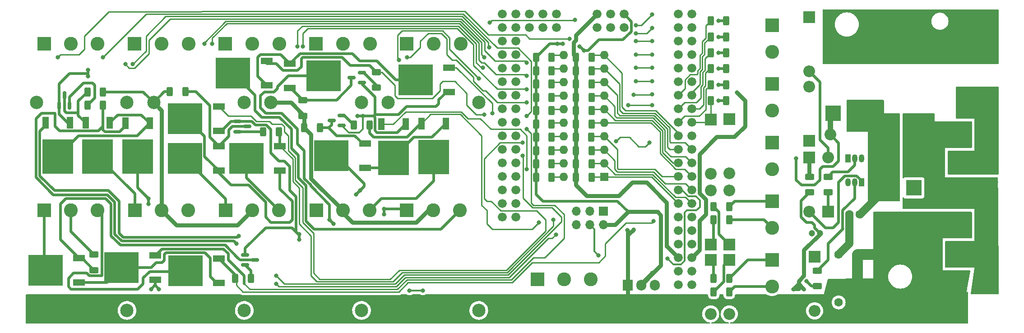
<source format=gbr>
%TF.GenerationSoftware,KiCad,Pcbnew,(6.0.0)*%
%TF.CreationDate,2022-05-14T16:49:07-07:00*%
%TF.ProjectId,Contrl Board GERBER,436f6e74-726c-4204-926f-617264204745,rev?*%
%TF.SameCoordinates,Original*%
%TF.FileFunction,Copper,L2,Bot*%
%TF.FilePolarity,Positive*%
%FSLAX46Y46*%
G04 Gerber Fmt 4.6, Leading zero omitted, Abs format (unit mm)*
G04 Created by KiCad (PCBNEW (6.0.0)) date 2022-05-14 16:49:07*
%MOMM*%
%LPD*%
G01*
G04 APERTURE LIST*
G04 Aperture macros list*
%AMRoundRect*
0 Rectangle with rounded corners*
0 $1 Rounding radius*
0 $2 $3 $4 $5 $6 $7 $8 $9 X,Y pos of 4 corners*
0 Add a 4 corners polygon primitive as box body*
4,1,4,$2,$3,$4,$5,$6,$7,$8,$9,$2,$3,0*
0 Add four circle primitives for the rounded corners*
1,1,$1+$1,$2,$3*
1,1,$1+$1,$4,$5*
1,1,$1+$1,$6,$7*
1,1,$1+$1,$8,$9*
0 Add four rect primitives between the rounded corners*
20,1,$1+$1,$2,$3,$4,$5,0*
20,1,$1+$1,$4,$5,$6,$7,0*
20,1,$1+$1,$6,$7,$8,$9,0*
20,1,$1+$1,$8,$9,$2,$3,0*%
G04 Aperture macros list end*
%TA.AperFunction,ComponentPad*%
%ADD10C,2.000000*%
%TD*%
%TA.AperFunction,ComponentPad*%
%ADD11C,1.200000*%
%TD*%
%TA.AperFunction,ComponentPad*%
%ADD12R,1.905000X2.000000*%
%TD*%
%TA.AperFunction,ComponentPad*%
%ADD13O,1.905000X2.000000*%
%TD*%
%TA.AperFunction,ComponentPad*%
%ADD14R,2.600000X2.600000*%
%TD*%
%TA.AperFunction,ComponentPad*%
%ADD15C,2.600000*%
%TD*%
%TA.AperFunction,ComponentPad*%
%ADD16R,1.600000X1.600000*%
%TD*%
%TA.AperFunction,ComponentPad*%
%ADD17O,1.600000X1.600000*%
%TD*%
%TA.AperFunction,ComponentPad*%
%ADD18R,1.700000X1.700000*%
%TD*%
%TA.AperFunction,ComponentPad*%
%ADD19O,1.700000X1.700000*%
%TD*%
%TA.AperFunction,ComponentPad*%
%ADD20R,2.200000X2.200000*%
%TD*%
%TA.AperFunction,ComponentPad*%
%ADD21O,2.200000X2.200000*%
%TD*%
%TA.AperFunction,ComponentPad*%
%ADD22C,1.600000*%
%TD*%
%TA.AperFunction,ComponentPad*%
%ADD23C,2.500000*%
%TD*%
%TA.AperFunction,ComponentPad*%
%ADD24R,3.200000X3.200000*%
%TD*%
%TA.AperFunction,ComponentPad*%
%ADD25O,3.200000X3.200000*%
%TD*%
%TA.AperFunction,ComponentPad*%
%ADD26R,1.050000X1.500000*%
%TD*%
%TA.AperFunction,ComponentPad*%
%ADD27O,1.050000X1.500000*%
%TD*%
%TA.AperFunction,ComponentPad*%
%ADD28R,3.000000X3.000000*%
%TD*%
%TA.AperFunction,ComponentPad*%
%ADD29O,3.000000X3.000000*%
%TD*%
%TA.AperFunction,ComponentPad*%
%ADD30C,1.676400*%
%TD*%
%TA.AperFunction,ComponentPad*%
%ADD31R,2.000000X2.500000*%
%TD*%
%TA.AperFunction,SMDPad,CuDef*%
%ADD32RoundRect,0.250000X0.625000X-0.312500X0.625000X0.312500X-0.625000X0.312500X-0.625000X-0.312500X0*%
%TD*%
%TA.AperFunction,SMDPad,CuDef*%
%ADD33RoundRect,0.250000X-0.312500X-0.625000X0.312500X-0.625000X0.312500X0.625000X-0.312500X0.625000X0*%
%TD*%
%TA.AperFunction,SMDPad,CuDef*%
%ADD34R,2.200000X1.200000*%
%TD*%
%TA.AperFunction,SMDPad,CuDef*%
%ADD35R,6.400000X5.800000*%
%TD*%
%TA.AperFunction,SMDPad,CuDef*%
%ADD36RoundRect,0.250000X0.312500X0.625000X-0.312500X0.625000X-0.312500X-0.625000X0.312500X-0.625000X0*%
%TD*%
%TA.AperFunction,SMDPad,CuDef*%
%ADD37RoundRect,0.150000X0.587500X0.150000X-0.587500X0.150000X-0.587500X-0.150000X0.587500X-0.150000X0*%
%TD*%
%TA.AperFunction,SMDPad,CuDef*%
%ADD38RoundRect,0.150000X-0.587500X-0.150000X0.587500X-0.150000X0.587500X0.150000X-0.587500X0.150000X0*%
%TD*%
%TA.AperFunction,SMDPad,CuDef*%
%ADD39RoundRect,0.150000X0.150000X-0.587500X0.150000X0.587500X-0.150000X0.587500X-0.150000X-0.587500X0*%
%TD*%
%TA.AperFunction,SMDPad,CuDef*%
%ADD40R,1.200000X2.200000*%
%TD*%
%TA.AperFunction,SMDPad,CuDef*%
%ADD41R,5.800000X6.400000*%
%TD*%
%TA.AperFunction,SMDPad,CuDef*%
%ADD42RoundRect,0.250000X-0.625000X0.312500X-0.625000X-0.312500X0.625000X-0.312500X0.625000X0.312500X0*%
%TD*%
%TA.AperFunction,ViaPad*%
%ADD43C,0.800000*%
%TD*%
%TA.AperFunction,Conductor*%
%ADD44C,0.508000*%
%TD*%
%TA.AperFunction,Conductor*%
%ADD45C,0.254000*%
%TD*%
%TA.AperFunction,Conductor*%
%ADD46C,1.000000*%
%TD*%
%TA.AperFunction,Conductor*%
%ADD47C,0.762000*%
%TD*%
%TA.AperFunction,Conductor*%
%ADD48C,0.300000*%
%TD*%
%TA.AperFunction,Conductor*%
%ADD49C,1.500000*%
%TD*%
%TA.AperFunction,Conductor*%
%ADD50C,2.000000*%
%TD*%
G04 APERTURE END LIST*
D10*
%TO.P,C1,1*%
%TO.N,N/C*%
X188200000Y-49050000D03*
%TO.P,C1,2*%
X193200000Y-49050000D03*
%TD*%
D11*
%TO.P,C3,1*%
%TO.N,N/C*%
X173200000Y-62550000D03*
%TO.P,C3,2*%
X174700000Y-62550000D03*
%TD*%
D12*
%TO.P,U2,1,IN*%
%TO.N,N/C*%
X138660000Y-72280000D03*
D13*
%TO.P,U2,2,GND*%
X141200000Y-72280000D03*
%TO.P,U2,3,OUT*%
X143740000Y-72280000D03*
%TD*%
D14*
%TO.P,J17,1,Pin_1*%
%TO.N,N/C*%
X200800000Y-71550000D03*
D15*
%TO.P,J17,2,Pin_2*%
X200800000Y-66550000D03*
%TD*%
D14*
%TO.P,J19,1,Pin_1*%
%TO.N,N/C*%
X46115000Y-27050000D03*
D15*
%TO.P,J19,2,Pin_2*%
X51195000Y-27050000D03*
%TO.P,J19,3,Pin_3*%
X56275000Y-27050000D03*
%TD*%
D16*
%TO.P,SW1,1*%
%TO.N,N/C*%
X134200000Y-51995000D03*
D17*
%TO.P,SW1,2*%
X134200000Y-49455000D03*
%TO.P,SW1,3*%
X134200000Y-46915000D03*
%TO.P,SW1,4*%
X134200000Y-44375000D03*
%TO.P,SW1,5*%
X134200000Y-41835000D03*
%TO.P,SW1,6*%
X134200000Y-39295000D03*
%TO.P,SW1,7*%
X134200000Y-36755000D03*
%TO.P,SW1,8*%
X134200000Y-34215000D03*
%TO.P,SW1,9*%
X134200000Y-31675000D03*
%TO.P,SW1,10*%
X134200000Y-29135000D03*
%TO.P,SW1,11*%
X126580000Y-29135000D03*
%TO.P,SW1,12*%
X126580000Y-31675000D03*
%TO.P,SW1,13*%
X126580000Y-34215000D03*
%TO.P,SW1,14*%
X126580000Y-36755000D03*
%TO.P,SW1,15*%
X126580000Y-39295000D03*
%TO.P,SW1,16*%
X126580000Y-41835000D03*
%TO.P,SW1,17*%
X126580000Y-44375000D03*
%TO.P,SW1,18*%
X126580000Y-46915000D03*
%TO.P,SW1,19*%
X126580000Y-49455000D03*
%TO.P,SW1,20*%
X126580000Y-51995000D03*
%TD*%
D18*
%TO.P,J31,1,Pin_1*%
%TO.N,N/C*%
X134075000Y-58400000D03*
D19*
%TO.P,J31,2,Pin_2*%
X134075000Y-60940000D03*
%TO.P,J31,3,Pin_3*%
X131535000Y-58400000D03*
%TO.P,J31,4,Pin_4*%
X131535000Y-60940000D03*
%TO.P,J31,5,Pin_5*%
X128995000Y-58400000D03*
%TO.P,J31,6,Pin_6*%
X128995000Y-60940000D03*
%TD*%
D20*
%TO.P,D196,1,K*%
%TO.N,N/C*%
X157700000Y-67550000D03*
D21*
%TO.P,D196,2,A*%
X157700000Y-77710000D03*
%TD*%
D20*
%TO.P,D205,1,K*%
%TO.N,N/C*%
X176200000Y-58550000D03*
D21*
%TO.P,D205,2,A*%
X176200000Y-48390000D03*
%TD*%
D22*
%TO.P,C2,1*%
%TO.N,N/C*%
X182200000Y-59050000D03*
%TO.P,C2,2*%
X180200000Y-59050000D03*
%TD*%
D20*
%TO.P,D200,1,K*%
%TO.N,N/C*%
X172700000Y-45210000D03*
D21*
%TO.P,D200,2,A*%
X172700000Y-35050000D03*
%TD*%
D14*
%TO.P,J18,1,Pin_1*%
%TO.N,N/C*%
X200800000Y-60550000D03*
D15*
%TO.P,J18,2,Pin_2*%
X200800000Y-55550000D03*
%TD*%
D23*
%TO.P,A4,1,Vin*%
%TO.N,N/C*%
X93700000Y-77050000D03*
%TO.P,A4,2,Vout*%
X93700000Y-38050000D03*
%TO.P,A4,3,GND*%
X110700000Y-77050000D03*
%TO.P,A4,4,GND*%
X110700000Y-38050000D03*
%TD*%
D22*
%TO.P,C4,1*%
%TO.N,N/C*%
X181700000Y-66550000D03*
%TO.P,C4,2*%
X178200000Y-66550000D03*
%TD*%
D24*
%TO.P,D201,1,A1*%
%TO.N,N/C*%
X192200000Y-22550000D03*
D25*
%TO.P,D201,2,A2*%
X192200000Y-42550000D03*
%TD*%
D14*
%TO.P,J29,1,Pin_1*%
%TO.N,N/C*%
X200800000Y-49550000D03*
D15*
%TO.P,J29,2,Pin_2*%
X200800000Y-44550000D03*
%TD*%
D20*
%TO.P,D204,1,K*%
%TO.N,N/C*%
X173700000Y-66970000D03*
D21*
%TO.P,D204,2,A*%
X173700000Y-77130000D03*
%TD*%
D20*
%TO.P,D202,1,K*%
%TO.N,N/C*%
X186780000Y-44050000D03*
D21*
%TO.P,D202,2,A*%
X176620000Y-44050000D03*
%TD*%
D14*
%TO.P,J11,1,Pin_1*%
%TO.N,N/C*%
X29200000Y-27055000D03*
D15*
%TO.P,J11,2,Pin_2*%
X34200000Y-27055000D03*
%TO.P,J11,3,Pin_3*%
X39200000Y-27055000D03*
%TD*%
D20*
%TO.P,D198,1,K*%
%TO.N,N/C*%
X157700000Y-41190000D03*
D21*
%TO.P,D198,2,A*%
X157700000Y-51350000D03*
%TD*%
D26*
%TO.P,Q43,1,C*%
%TO.N,N/C*%
X182470000Y-53050000D03*
D27*
%TO.P,Q43,2,B*%
X181200000Y-53050000D03*
%TO.P,Q43,3,E*%
X179930000Y-53050000D03*
%TD*%
D26*
%TO.P,Q44,1,C*%
%TO.N,N/C*%
X179930000Y-48550000D03*
D27*
%TO.P,Q44,2,B*%
X181200000Y-48550000D03*
%TO.P,Q44,3,E*%
X182470000Y-48550000D03*
%TD*%
D23*
%TO.P,A1,1,Vin*%
%TO.N,N/C*%
X27700000Y-77050000D03*
%TO.P,A1,2,Vout*%
X27700000Y-38050000D03*
%TO.P,A1,3,GND*%
X44700000Y-77050000D03*
%TO.P,A1,4,GND*%
X44700000Y-38050000D03*
%TD*%
D22*
%TO.P,C5,1*%
%TO.N,N/C*%
X181700000Y-75550000D03*
%TO.P,C5,2*%
X178200000Y-75550000D03*
%TD*%
D20*
%TO.P,D194,1,K*%
%TO.N,N/C*%
X154200000Y-64710000D03*
D21*
%TO.P,D194,2,A*%
X154200000Y-54550000D03*
%TD*%
D20*
%TO.P,D193,1,K*%
%TO.N,N/C*%
X154200000Y-41210000D03*
D21*
%TO.P,D193,2,A*%
X154200000Y-51370000D03*
%TD*%
D14*
%TO.P,J23,1,Pin_1*%
%TO.N,N/C*%
X80115000Y-27050000D03*
D15*
%TO.P,J23,2,Pin_2*%
X85195000Y-27050000D03*
%TO.P,J23,3,Pin_3*%
X90275000Y-27050000D03*
%TD*%
D20*
%TO.P,D195,1,K*%
%TO.N,N/C*%
X157700000Y-64710000D03*
D21*
%TO.P,D195,2,A*%
X157700000Y-54550000D03*
%TD*%
D20*
%TO.P,D199,1,K*%
%TO.N,N/C*%
X172700000Y-22050000D03*
D21*
%TO.P,D199,2,A*%
X172700000Y-32210000D03*
%TD*%
D20*
%TO.P,D203,1,K*%
%TO.N,N/C*%
X172700000Y-48390000D03*
D21*
%TO.P,D203,2,A*%
X172700000Y-58550000D03*
%TD*%
D14*
%TO.P,J20,1,Pin_1*%
%TO.N,N/C*%
X63115000Y-27050000D03*
D15*
%TO.P,J20,2,Pin_2*%
X68195000Y-27050000D03*
%TO.P,J20,3,Pin_3*%
X73275000Y-27050000D03*
%TD*%
D28*
%TO.P,Q42,1,G*%
%TO.N,N/C*%
X192300000Y-54050000D03*
D29*
%TO.P,Q42,3,S*%
X187220000Y-54050000D03*
%TD*%
D20*
%TO.P,D197,1,K*%
%TO.N,N/C*%
X154200000Y-67550000D03*
D21*
%TO.P,D197,2,A*%
X154200000Y-77710000D03*
%TD*%
D28*
%TO.P,Q41,1,G*%
%TO.N,N/C*%
X177200000Y-40050000D03*
D29*
%TO.P,Q41,3,S*%
X182280000Y-40050000D03*
%TD*%
D23*
%TO.P,A2,1,Vin*%
%TO.N,N/C*%
X49700000Y-77050000D03*
%TO.P,A2,2,Vout*%
X49700000Y-38050000D03*
%TO.P,A2,3,GND*%
X66700000Y-77050000D03*
%TO.P,A2,4,GND*%
X66700000Y-38050000D03*
%TD*%
D14*
%TO.P,J25,1,Pin_1*%
%TO.N,N/C*%
X97120000Y-27050000D03*
D15*
%TO.P,J25,2,Pin_2*%
X102200000Y-27050000D03*
%TO.P,J25,3,Pin_3*%
X107280000Y-27050000D03*
%TD*%
D30*
%TO.P,U1,3V3_1,3V3*%
%TO.N,N/C*%
X150655000Y-64630000D03*
%TO.P,U1,3V3_2,3V3*%
X148115000Y-64630000D03*
%TO.P,U1,5V_1,5V*%
X150655000Y-67170000D03*
%TO.P,U1,5V_2,5V*%
X148115000Y-67170000D03*
%TO.P,U1,5V_3,5V*%
X132875000Y-21450000D03*
%TO.P,U1,A0,A0*%
X115095000Y-59550000D03*
%TO.P,U1,A1,A1*%
X117635000Y-59550000D03*
%TO.P,U1,A2,A2*%
X115095000Y-57010000D03*
%TO.P,U1,A3,A3*%
X117635000Y-57010000D03*
%TO.P,U1,A4,A4*%
X115095000Y-54470000D03*
%TO.P,U1,A5,A5*%
X117635000Y-54470000D03*
%TO.P,U1,A6,A6*%
X115095000Y-51930000D03*
%TO.P,U1,A7,A7*%
X117635000Y-51930000D03*
%TO.P,U1,A8,A8*%
X115095000Y-49390000D03*
%TO.P,U1,A9,A9*%
X117635000Y-49390000D03*
%TO.P,U1,A10,A10*%
X115095000Y-46850000D03*
%TO.P,U1,A11,A11*%
X117635000Y-46850000D03*
%TO.P,U1,A12,A12*%
X115095000Y-44310000D03*
%TO.P,U1,A13,A13*%
X117635000Y-44310000D03*
%TO.P,U1,A14,A14*%
X115095000Y-41770000D03*
%TO.P,U1,A15,A15*%
X117635000Y-41770000D03*
%TO.P,U1,AREF,AREF*%
X148115000Y-62090000D03*
%TO.P,U1,D2,D2*%
X148115000Y-57010000D03*
%TO.P,U1,D3,D3*%
X150655000Y-57010000D03*
%TO.P,U1,D4,D4*%
X148115000Y-54470000D03*
%TO.P,U1,D5,D5*%
X150655000Y-54470000D03*
%TO.P,U1,D6,D6*%
X148115000Y-51930000D03*
%TO.P,U1,D7,D7*%
X150655000Y-51930000D03*
%TO.P,U1,D8,D8*%
X148115000Y-49390000D03*
%TO.P,U1,D9,D9*%
X150655000Y-49390000D03*
%TO.P,U1,D10,D10*%
X148115000Y-46850000D03*
%TO.P,U1,D11,D11*%
X150655000Y-46850000D03*
%TO.P,U1,D12,D12*%
X148115000Y-44310000D03*
%TO.P,U1,D13,D13*%
X150655000Y-44310000D03*
%TO.P,U1,D14,D14*%
X148115000Y-41770000D03*
%TO.P,U1,D15,D15*%
X150655000Y-41770000D03*
%TO.P,U1,D16,D16*%
X148115000Y-39230000D03*
%TO.P,U1,D17,D17*%
X150655000Y-39230000D03*
%TO.P,U1,D18,D18*%
X148115000Y-36690000D03*
%TO.P,U1,D19,D19*%
X150655000Y-36690000D03*
%TO.P,U1,D20,D20*%
X148115000Y-34150000D03*
%TO.P,U1,D21,D21*%
X150655000Y-34150000D03*
%TO.P,U1,D22,D22*%
X148115000Y-31610000D03*
%TO.P,U1,D23,D23*%
X150655000Y-31610000D03*
%TO.P,U1,D24,D24*%
X148115000Y-29070000D03*
%TO.P,U1,D25,D25*%
X150655000Y-29070000D03*
%TO.P,U1,D26,D26*%
X148115000Y-26530000D03*
%TO.P,U1,D27,D27*%
X150655000Y-26530000D03*
%TO.P,U1,D28,D28*%
X148115000Y-23990000D03*
%TO.P,U1,D29,D29*%
X150655000Y-23990000D03*
%TO.P,U1,D30,D30*%
X148115000Y-21450000D03*
%TO.P,U1,D31,D31*%
X150655000Y-21450000D03*
%TO.P,U1,D32,D32*%
X115095000Y-39230000D03*
%TO.P,U1,D33,D33*%
X117635000Y-39230000D03*
%TO.P,U1,D34,D34*%
X115095000Y-36690000D03*
%TO.P,U1,D35,D35*%
X117635000Y-36690000D03*
%TO.P,U1,D36,D36*%
X115095000Y-34150000D03*
%TO.P,U1,D37,D37*%
X117635000Y-34150000D03*
%TO.P,U1,D38,D38*%
X115095000Y-31610000D03*
%TO.P,U1,D39,D39*%
X117635000Y-31610000D03*
%TO.P,U1,D40,D40*%
X115095000Y-29070000D03*
%TO.P,U1,D41,D41*%
X117635000Y-29070000D03*
%TO.P,U1,D42,D42*%
X115095000Y-26530000D03*
%TO.P,U1,D43,D43*%
X117635000Y-26530000D03*
%TO.P,U1,D44,D44*%
X115095000Y-23990000D03*
%TO.P,U1,D45,D45*%
X117635000Y-23990000D03*
%TO.P,U1,D46,D46*%
X115095000Y-21450000D03*
%TO.P,U1,D47,D47*%
X117635000Y-21450000D03*
%TO.P,U1,D48,D48*%
X120175000Y-21450000D03*
%TO.P,U1,D49,D49*%
X120175000Y-23990000D03*
%TO.P,U1,D50,D50*%
X122715000Y-21450000D03*
%TO.P,U1,D51,D51*%
X122715000Y-23990000D03*
%TO.P,U1,D52,D52*%
X125255000Y-21450000D03*
%TO.P,U1,D53,D53*%
X125255000Y-23990000D03*
%TO.P,U1,GND_1,GND*%
X150655000Y-69710000D03*
%TO.P,U1,GND_2,GND*%
X148115000Y-69710000D03*
%TO.P,U1,GND_3,GND*%
X137955000Y-21450000D03*
%TO.P,U1,MISO,MISO*%
X132875000Y-23990000D03*
%TO.P,U1,MOSI,MOSI*%
X135415000Y-21450000D03*
%TO.P,U1,RESET,RESET*%
X137955000Y-23990000D03*
%TO.P,U1,RST,RST*%
X150655000Y-62090000D03*
%TO.P,U1,RX,RX*%
X148115000Y-59550000D03*
%TO.P,U1,SCK,SCK*%
X135415000Y-23990000D03*
%TO.P,U1,TX,TX*%
X150655000Y-59550000D03*
%TO.P,U1,VIN_1,VIN*%
X150655000Y-72250000D03*
%TO.P,U1,VIN_2,VIN*%
X148115000Y-72250000D03*
%TD*%
D31*
%TO.P,F1,1*%
%TO.N,N/C*%
X202105000Y-23945000D03*
X206105000Y-23945000D03*
%TO.P,F1,2*%
X206105000Y-37345000D03*
X202105000Y-37345000D03*
%TD*%
D23*
%TO.P,A3,1,Vin*%
%TO.N,N/C*%
X71700000Y-77050000D03*
%TO.P,A3,2,Vout*%
X71700000Y-38050000D03*
%TO.P,A3,3,GND*%
X88700000Y-77050000D03*
%TO.P,A3,4,GND*%
X88700000Y-38050000D03*
%TD*%
D32*
%TO.P,R147,1*%
%TO.N,N/C*%
X176200000Y-54895000D03*
%TO.P,R147,2*%
X176200000Y-51970000D03*
%TD*%
D33*
%TO.P,R155,1*%
%TO.N,N/C*%
X121432500Y-47070000D03*
%TO.P,R155,2*%
X124357500Y-47070000D03*
%TD*%
D14*
%TO.P,J13,1,Pin_1*%
%TO.N,N/C*%
X63200000Y-58245000D03*
D15*
%TO.P,J13,2,Pin_2*%
X68200000Y-58245000D03*
%TO.P,J13,3,Pin_3*%
X73200000Y-58245000D03*
%TD*%
D32*
%TO.P,R101,1*%
%TO.N,N/C*%
X38520000Y-69492500D03*
%TO.P,R101,2*%
X38520000Y-66567500D03*
%TD*%
D34*
%TO.P,Q7,1,G*%
%TO.N,N/C*%
X49975000Y-66770000D03*
D35*
%TO.P,Q7,2,D*%
X43675000Y-69050000D03*
D34*
%TO.P,Q7,3,S*%
X49975000Y-71330000D03*
%TD*%
D36*
%TO.P,R102,1*%
%TO.N,N/C*%
X67942500Y-71030000D03*
%TO.P,R102,2*%
X65017500Y-71030000D03*
%TD*%
D33*
%TO.P,R151,1*%
%TO.N,N/C*%
X121432500Y-52070000D03*
%TO.P,R151,2*%
X124357500Y-52070000D03*
%TD*%
%TO.P,R163,1*%
%TO.N,N/C*%
X121432500Y-37070000D03*
%TO.P,R163,2*%
X124357500Y-37070000D03*
%TD*%
%TO.P,R114,1*%
%TO.N,N/C*%
X87257500Y-42270000D03*
%TO.P,R114,2*%
X90182500Y-42270000D03*
%TD*%
%TO.P,R164,1*%
%TO.N,N/C*%
X128932500Y-34570000D03*
%TO.P,R164,2*%
X131857500Y-34570000D03*
%TD*%
D37*
%TO.P,Q30,1,B*%
%TO.N,N/C*%
X88737500Y-32400000D03*
%TO.P,Q30,2,E*%
X88737500Y-34300000D03*
%TO.P,Q30,3,C*%
X86862500Y-33350000D03*
%TD*%
D14*
%TO.P,J22,1,Pin_1*%
%TO.N,N/C*%
X165700000Y-34550000D03*
D15*
%TO.P,J22,2,Pin_2*%
X165700000Y-39550000D03*
%TD*%
D33*
%TO.P,R159,1*%
%TO.N,N/C*%
X121432500Y-42050000D03*
%TO.P,R159,2*%
X124357500Y-42050000D03*
%TD*%
%TO.P,R157,1*%
%TO.N,N/C*%
X121432500Y-44550000D03*
%TO.P,R157,2*%
X124357500Y-44550000D03*
%TD*%
D14*
%TO.P,J15,1,Pin_1*%
%TO.N,N/C*%
X80200000Y-58250000D03*
D15*
%TO.P,J15,2,Pin_2*%
X85200000Y-58250000D03*
%TO.P,J15,3,Pin_3*%
X90200000Y-58250000D03*
%TD*%
D33*
%TO.P,R160,1*%
%TO.N,N/C*%
X128932500Y-39570000D03*
%TO.P,R160,2*%
X131857500Y-39570000D03*
%TD*%
D38*
%TO.P,Q12,1,B*%
%TO.N,N/C*%
X65412500Y-43500000D03*
%TO.P,Q12,2,E*%
X65412500Y-41600000D03*
%TO.P,Q12,3,C*%
X67287500Y-42550000D03*
%TD*%
D32*
%TO.P,R122,1*%
%TO.N,N/C*%
X91470000Y-35242500D03*
%TO.P,R122,2*%
X91470000Y-32317500D03*
%TD*%
D33*
%TO.P,R156,1*%
%TO.N,N/C*%
X128875000Y-44550000D03*
%TO.P,R156,2*%
X131800000Y-44550000D03*
%TD*%
%TO.P,R109,1*%
%TO.N,N/C*%
X37275000Y-36050000D03*
%TO.P,R109,2*%
X40200000Y-36050000D03*
%TD*%
D36*
%TO.P,R103,1*%
%TO.N,N/C*%
X157125000Y-25710000D03*
%TO.P,R103,2*%
X154200000Y-25710000D03*
%TD*%
D33*
%TO.P,R168,1*%
%TO.N,N/C*%
X128932500Y-29570000D03*
%TO.P,R168,2*%
X131857500Y-29570000D03*
%TD*%
D34*
%TO.P,Q5,1,G*%
%TO.N,N/C*%
X35700000Y-67270000D03*
D35*
%TO.P,Q5,2,D*%
X29400000Y-69550000D03*
D34*
%TO.P,Q5,3,S*%
X35700000Y-71830000D03*
%TD*%
D33*
%TO.P,R134,1*%
%TO.N,N/C*%
X154757500Y-73570000D03*
%TO.P,R134,2*%
X157682500Y-73570000D03*
%TD*%
D14*
%TO.P,J16,1,Pin_1*%
%TO.N,N/C*%
X97150000Y-58250000D03*
D15*
%TO.P,J16,2,Pin_2*%
X102150000Y-58250000D03*
%TO.P,J16,3,Pin_3*%
X107150000Y-58250000D03*
%TD*%
D33*
%TO.P,R152,1*%
%TO.N,N/C*%
X128932500Y-49570000D03*
%TO.P,R152,2*%
X131857500Y-49570000D03*
%TD*%
D36*
%TO.P,R118,1*%
%TO.N,N/C*%
X157125000Y-37710000D03*
%TO.P,R118,2*%
X154200000Y-37710000D03*
%TD*%
D38*
%TO.P,Q8,1,B*%
%TO.N,N/C*%
X66862500Y-68550000D03*
%TO.P,Q8,2,E*%
X66862500Y-66650000D03*
%TO.P,Q8,3,C*%
X68737500Y-67600000D03*
%TD*%
D34*
%TO.P,Q11,1,G*%
%TO.N,N/C*%
X61900000Y-38770000D03*
D35*
%TO.P,Q11,2,D*%
X55600000Y-41050000D03*
D34*
%TO.P,Q11,3,S*%
X61900000Y-43330000D03*
%TD*%
D33*
%TO.P,R133,1*%
%TO.N,N/C*%
X154757500Y-57570000D03*
%TO.P,R133,2*%
X157682500Y-57570000D03*
%TD*%
D14*
%TO.P,J27,1,Pin_1*%
%TO.N,N/C*%
X165700000Y-56550000D03*
D15*
%TO.P,J27,2,Pin_2*%
X165700000Y-61550000D03*
%TD*%
D36*
%TO.P,R113,1*%
%TO.N,N/C*%
X80892500Y-42780000D03*
%TO.P,R113,2*%
X77967500Y-42780000D03*
%TD*%
D33*
%TO.P,R106,1*%
%TO.N,N/C*%
X70257500Y-43570000D03*
%TO.P,R106,2*%
X73182500Y-43570000D03*
%TD*%
D39*
%TO.P,Q16,1,B*%
%TO.N,N/C*%
X33900000Y-38587500D03*
%TO.P,Q16,2,E*%
X32000000Y-38587500D03*
%TO.P,Q16,3,C*%
X32950000Y-36712500D03*
%TD*%
D40*
%TO.P,Q19,1,G*%
%TO.N,N/C*%
X92420000Y-42100000D03*
D41*
%TO.P,Q19,2,D*%
X94700000Y-48400000D03*
D40*
%TO.P,Q19,3,S*%
X96980000Y-42100000D03*
%TD*%
D32*
%TO.P,R145,1*%
%TO.N,N/C*%
X174220000Y-72492500D03*
%TO.P,R145,2*%
X174220000Y-69567500D03*
%TD*%
D14*
%TO.P,J14,1,Pin_1*%
%TO.N,N/C*%
X46200000Y-58245000D03*
D15*
%TO.P,J14,2,Pin_2*%
X51200000Y-58245000D03*
%TO.P,J14,3,Pin_3*%
X56200000Y-58245000D03*
%TD*%
D40*
%TO.P,Q15,1,G*%
%TO.N,N/C*%
X29420000Y-41850000D03*
D41*
%TO.P,Q15,2,D*%
X31700000Y-48150000D03*
D40*
%TO.P,Q15,3,S*%
X33980000Y-41850000D03*
%TD*%
D14*
%TO.P,J24,1,Pin_1*%
%TO.N,N/C*%
X165700000Y-23550000D03*
D15*
%TO.P,J24,2,Pin_2*%
X165700000Y-28550000D03*
%TD*%
D14*
%TO.P,J30,1,Pin_1*%
%TO.N,N/C*%
X121700000Y-71245000D03*
D15*
%TO.P,J30,2,Pin_2*%
X126700000Y-71245000D03*
%TO.P,J30,3,Pin_3*%
X131700000Y-71245000D03*
%TD*%
D36*
%TO.P,R105,1*%
%TO.N,N/C*%
X55642500Y-36030000D03*
%TO.P,R105,2*%
X52717500Y-36030000D03*
%TD*%
D34*
%TO.P,Q6,1,G*%
%TO.N,N/C*%
X61975000Y-67295000D03*
D35*
%TO.P,Q6,2,D*%
X55675000Y-69575000D03*
D34*
%TO.P,Q6,3,S*%
X61975000Y-71855000D03*
%TD*%
D36*
%TO.P,R107,1*%
%TO.N,N/C*%
X157125000Y-28710000D03*
%TO.P,R107,2*%
X154200000Y-28710000D03*
%TD*%
D33*
%TO.P,R110,1*%
%TO.N,N/C*%
X37257500Y-38570000D03*
%TO.P,R110,2*%
X40182500Y-38570000D03*
%TD*%
%TO.P,R162,1*%
%TO.N,N/C*%
X128932500Y-37070000D03*
%TO.P,R162,2*%
X131857500Y-37070000D03*
%TD*%
D36*
%TO.P,R99,1*%
%TO.N,N/C*%
X157125000Y-22710000D03*
%TO.P,R99,2*%
X154200000Y-22710000D03*
%TD*%
D37*
%TO.P,Q22,1,B*%
%TO.N,N/C*%
X84937500Y-40450000D03*
%TO.P,Q22,2,E*%
X84937500Y-42350000D03*
%TO.P,Q22,3,C*%
X83062500Y-41400000D03*
%TD*%
D33*
%TO.P,R153,1*%
%TO.N,N/C*%
X121432500Y-49570000D03*
%TO.P,R153,2*%
X124357500Y-49570000D03*
%TD*%
%TO.P,R158,1*%
%TO.N,N/C*%
X128932500Y-42070000D03*
%TO.P,R158,2*%
X131857500Y-42070000D03*
%TD*%
D40*
%TO.P,Q18,1,G*%
%TO.N,N/C*%
X99920000Y-42000000D03*
D41*
%TO.P,Q18,2,D*%
X102200000Y-48300000D03*
D40*
%TO.P,Q18,3,S*%
X104480000Y-42000000D03*
%TD*%
D33*
%TO.P,R154,1*%
%TO.N,N/C*%
X128932500Y-47070000D03*
%TO.P,R154,2*%
X131857500Y-47070000D03*
%TD*%
D36*
%TO.P,R116,1*%
%TO.N,N/C*%
X157125000Y-34710000D03*
%TO.P,R116,2*%
X154200000Y-34710000D03*
%TD*%
D34*
%TO.P,Q10,1,G*%
%TO.N,N/C*%
X73400000Y-46270000D03*
D35*
%TO.P,Q10,2,D*%
X67100000Y-48550000D03*
D34*
%TO.P,Q10,3,S*%
X73400000Y-50830000D03*
%TD*%
D33*
%TO.P,R166,1*%
%TO.N,N/C*%
X128932500Y-32070000D03*
%TO.P,R166,2*%
X131857500Y-32070000D03*
%TD*%
D36*
%TO.P,R111,1*%
%TO.N,N/C*%
X157125000Y-31710000D03*
%TO.P,R111,2*%
X154200000Y-31710000D03*
%TD*%
D33*
%TO.P,R167,1*%
%TO.N,N/C*%
X121432500Y-32070000D03*
%TO.P,R167,2*%
X124357500Y-32070000D03*
%TD*%
D34*
%TO.P,Q9,1,G*%
%TO.N,N/C*%
X61900000Y-46270000D03*
D35*
%TO.P,Q9,2,D*%
X55600000Y-48550000D03*
D34*
%TO.P,Q9,3,S*%
X61900000Y-50830000D03*
%TD*%
D33*
%TO.P,R165,1*%
%TO.N,N/C*%
X121432500Y-34570000D03*
%TO.P,R165,2*%
X124357500Y-34570000D03*
%TD*%
D14*
%TO.P,J21,1,Pin_1*%
%TO.N,N/C*%
X165700000Y-45550000D03*
D15*
%TO.P,J21,2,Pin_2*%
X165700000Y-50550000D03*
%TD*%
D32*
%TO.P,R149,1*%
%TO.N,N/C*%
X172720000Y-54912500D03*
%TO.P,R149,2*%
X172720000Y-51987500D03*
%TD*%
D34*
%TO.P,Q17,1,G*%
%TO.N,N/C*%
X89325000Y-45770000D03*
D35*
%TO.P,Q17,2,D*%
X83025000Y-48050000D03*
D34*
%TO.P,Q17,3,S*%
X89325000Y-50330000D03*
%TD*%
D40*
%TO.P,Q13,1,G*%
%TO.N,N/C*%
X36920000Y-41850000D03*
D41*
%TO.P,Q13,2,D*%
X39200000Y-48150000D03*
D40*
%TO.P,Q13,3,S*%
X41480000Y-41850000D03*
%TD*%
D33*
%TO.P,R169,1*%
%TO.N,N/C*%
X121432500Y-29570000D03*
%TO.P,R169,2*%
X124357500Y-29570000D03*
%TD*%
D14*
%TO.P,J12,1,Pin_1*%
%TO.N,N/C*%
X29200000Y-58245000D03*
D15*
%TO.P,J12,2,Pin_2*%
X34200000Y-58245000D03*
%TO.P,J12,3,Pin_3*%
X39200000Y-58245000D03*
%TD*%
D34*
%TO.P,Q26,1,G*%
%TO.N,N/C*%
X70900000Y-30270000D03*
D35*
%TO.P,Q26,2,D*%
X64600000Y-32550000D03*
D34*
%TO.P,Q26,3,S*%
X70900000Y-34830000D03*
%TD*%
%TO.P,Q25,1,G*%
%TO.N,N/C*%
X75250000Y-35330000D03*
D35*
%TO.P,Q25,2,D*%
X81550000Y-33050000D03*
D34*
%TO.P,Q25,3,S*%
X75250000Y-30770000D03*
%TD*%
D33*
%TO.P,R161,1*%
%TO.N,N/C*%
X121432500Y-39570000D03*
%TO.P,R161,2*%
X124357500Y-39570000D03*
%TD*%
D34*
%TO.P,Q27,1,G*%
%TO.N,N/C*%
X105150000Y-31520000D03*
D35*
%TO.P,Q27,2,D*%
X98850000Y-33800000D03*
D34*
%TO.P,Q27,3,S*%
X105150000Y-36080000D03*
%TD*%
D33*
%TO.P,R150,1*%
%TO.N,N/C*%
X128932500Y-52070000D03*
%TO.P,R150,2*%
X131857500Y-52070000D03*
%TD*%
%TO.P,R132,1*%
%TO.N,N/C*%
X154757500Y-60070000D03*
%TO.P,R132,2*%
X157682500Y-60070000D03*
%TD*%
D40*
%TO.P,Q14,1,G*%
%TO.N,N/C*%
X44395000Y-41925000D03*
D41*
%TO.P,Q14,2,D*%
X46675000Y-48225000D03*
D40*
%TO.P,Q14,3,S*%
X48955000Y-41925000D03*
%TD*%
D42*
%TO.P,R121,1*%
%TO.N,N/C*%
X77680000Y-37607500D03*
%TO.P,R121,2*%
X77680000Y-40532500D03*
%TD*%
D33*
%TO.P,R135,1*%
%TO.N,N/C*%
X154757500Y-71070000D03*
%TO.P,R135,2*%
X157682500Y-71070000D03*
%TD*%
D14*
%TO.P,J26,1,Pin_1*%
%TO.N,N/C*%
X165700000Y-67550000D03*
D15*
%TO.P,J26,2,Pin_2*%
X165700000Y-72550000D03*
%TD*%
D43*
%TO.N,*%
X207700000Y-46050000D03*
X184200000Y-50050000D03*
X188700000Y-44050000D03*
X206200000Y-43050000D03*
X206200000Y-56050000D03*
X72700000Y-72050000D03*
X195700000Y-45550000D03*
X195700000Y-44050000D03*
X143450000Y-60300000D03*
X140200000Y-23550000D03*
X206200000Y-60550000D03*
X204700000Y-69550000D03*
X170200000Y-48550000D03*
X184200000Y-53050000D03*
X197200000Y-71050000D03*
X188700000Y-41050000D03*
X207700000Y-69550000D03*
X140200000Y-34050000D03*
X199200000Y-26050000D03*
X202200000Y-21550000D03*
X138700000Y-38550000D03*
X45800000Y-30850000D03*
X88450000Y-54550000D03*
X204700000Y-50550000D03*
X119700000Y-30550000D03*
X204700000Y-60550000D03*
X203200000Y-54550000D03*
X143200000Y-24050000D03*
X206200000Y-71050000D03*
X169700000Y-73050000D03*
X188700000Y-26050000D03*
X87700000Y-55300000D03*
X206200000Y-50550000D03*
X49200000Y-73050000D03*
X155700000Y-22710000D03*
X60700000Y-27050000D03*
X111700000Y-40300000D03*
X195700000Y-62050000D03*
X207700000Y-47550000D03*
X195200000Y-50050000D03*
X197200000Y-45550000D03*
X206200000Y-63550000D03*
X204700000Y-65050000D03*
X180700000Y-38050000D03*
X129599400Y-27493000D03*
X187200000Y-26050000D03*
X188700000Y-47050000D03*
X194700000Y-26050000D03*
X198700000Y-62050000D03*
X139700000Y-61900000D03*
X203200000Y-40050000D03*
X195700000Y-69550000D03*
X190221582Y-26049260D03*
X65200000Y-64550000D03*
X185700000Y-38050000D03*
X204700000Y-68050000D03*
X188700000Y-45550000D03*
X195700000Y-51550000D03*
X185700000Y-39550000D03*
X184200000Y-38050000D03*
X197200000Y-44050000D03*
X77000000Y-63750000D03*
X195700000Y-63550000D03*
X195700000Y-54550000D03*
X207700000Y-72550000D03*
X128700000Y-22550000D03*
X200200000Y-53050000D03*
X198700000Y-60550000D03*
X206200000Y-59050000D03*
X206200000Y-49050000D03*
X184200000Y-47050000D03*
X97200000Y-29550000D03*
X197200000Y-42550000D03*
X136975000Y-55525000D03*
X207700000Y-65050000D03*
X204700000Y-53050000D03*
X40200000Y-29550000D03*
X191500000Y-45700000D03*
X139700000Y-36550000D03*
X204700000Y-71050000D03*
X207700000Y-60550000D03*
X193200000Y-26050000D03*
X204700000Y-49050000D03*
X184200000Y-44050000D03*
X171700000Y-73050000D03*
X204700000Y-57550000D03*
X77700000Y-27550000D03*
X204700000Y-46050000D03*
X76700000Y-27550000D03*
X207700000Y-62050000D03*
X119700000Y-50550000D03*
X180700000Y-42550000D03*
X207700000Y-66550000D03*
X200700000Y-21550000D03*
X185700000Y-51550000D03*
X195700000Y-53050000D03*
X206700000Y-26050000D03*
X184200000Y-45550000D03*
X185700000Y-48550000D03*
X207700000Y-50550000D03*
X97700000Y-73300000D03*
X206200000Y-62050000D03*
X185700000Y-50050000D03*
X125450000Y-27050000D03*
X133150000Y-66750000D03*
X184200000Y-56050000D03*
X125200000Y-62800000D03*
X203200000Y-53050000D03*
X206200000Y-46050000D03*
X207700000Y-57550000D03*
X188700000Y-56050000D03*
X201700000Y-53050000D03*
X204700000Y-40050000D03*
X121950000Y-60550000D03*
X44400000Y-30850000D03*
X205200000Y-26050000D03*
X37400000Y-31950000D03*
X92950000Y-58050000D03*
X197200000Y-51550000D03*
X191300000Y-50750000D03*
X184200000Y-54550000D03*
X119700000Y-38050000D03*
X198700000Y-72550000D03*
X31700000Y-29550000D03*
X206200000Y-53050000D03*
X119700000Y-33050000D03*
X206200000Y-72550000D03*
X195700000Y-60550000D03*
X206700000Y-21550000D03*
X207700000Y-54550000D03*
X206200000Y-40050000D03*
X193000000Y-51050000D03*
X194136978Y-44692603D03*
X188700000Y-23050000D03*
X111700000Y-29550000D03*
X119700000Y-40550000D03*
X188695757Y-21543820D03*
X207700000Y-53050000D03*
X197200000Y-69550000D03*
X201700000Y-62550000D03*
X184200000Y-42550000D03*
X82700000Y-60050000D03*
X195200000Y-47050000D03*
X119700000Y-35550000D03*
X197200000Y-72550000D03*
X200700000Y-26050000D03*
X188700000Y-42550000D03*
X203700000Y-21550000D03*
X95700000Y-30050000D03*
X198700000Y-53050000D03*
X207700000Y-63550000D03*
X185700000Y-41050000D03*
X137850000Y-54650000D03*
X124700000Y-60050000D03*
X187200000Y-23050000D03*
X195700000Y-72550000D03*
X204700000Y-66550000D03*
X207700000Y-59050000D03*
X172200000Y-71550000D03*
X155700000Y-31710000D03*
X112700000Y-23050000D03*
X197200000Y-68050000D03*
X193600000Y-46850000D03*
X203200000Y-57550000D03*
X110700000Y-33550000D03*
X185700000Y-56050000D03*
X197200000Y-65050000D03*
X197200000Y-56050000D03*
X65700000Y-63050000D03*
X206200000Y-68050000D03*
X204700000Y-44550000D03*
X192000000Y-47050000D03*
X195700000Y-66550000D03*
X197200000Y-62050000D03*
X207700000Y-71050000D03*
X195200000Y-41050000D03*
X206200000Y-47550000D03*
X195700000Y-42550000D03*
X206200000Y-54550000D03*
X59200000Y-27050000D03*
X187200000Y-24550000D03*
X155700000Y-25710000D03*
X195700000Y-57550000D03*
X207700000Y-49050000D03*
X207700000Y-56050000D03*
X112644711Y-27694711D03*
X207700000Y-68050000D03*
X159150000Y-36200000D03*
X155700000Y-28710000D03*
X197200000Y-57550000D03*
X207700000Y-44550000D03*
X187200000Y-51550000D03*
X142700000Y-45550000D03*
X140200000Y-25050000D03*
X140200000Y-29050000D03*
X140200000Y-31550000D03*
X92950000Y-59050000D03*
X143200000Y-21550000D03*
X206200000Y-65050000D03*
X204700000Y-59050000D03*
X83450000Y-60800000D03*
X136450000Y-45300000D03*
X88950000Y-40550000D03*
X188700000Y-24550000D03*
X143200000Y-34050000D03*
X204700000Y-54550000D03*
X143200000Y-70049999D03*
X197200000Y-53050000D03*
X204700000Y-63550000D03*
X184200000Y-48550000D03*
X119700000Y-43050000D03*
X188700000Y-51550000D03*
X193054975Y-45546816D03*
X191350000Y-48450000D03*
X206200000Y-57550000D03*
X143200000Y-26550000D03*
X206200000Y-41550000D03*
X118950000Y-45550000D03*
X203700000Y-26050000D03*
X204700000Y-47550000D03*
X187200000Y-47050000D03*
X207700000Y-40050000D03*
X207700000Y-43050000D03*
X184200000Y-51550000D03*
X195700000Y-68050000D03*
X201700000Y-40050000D03*
X206200000Y-44550000D03*
X37400000Y-33100000D03*
X197200000Y-48550000D03*
X204700000Y-43050000D03*
X197200000Y-54550000D03*
X50700000Y-73050000D03*
X72700000Y-70550000D03*
X204700000Y-72550000D03*
X77000000Y-62750000D03*
X200200000Y-62550000D03*
X182700000Y-42550000D03*
X143200000Y-38550000D03*
X191700000Y-26050000D03*
X155700000Y-37710000D03*
X146100000Y-67350000D03*
X138550000Y-62000000D03*
X198700000Y-71050000D03*
X206200000Y-66550000D03*
X170719489Y-73030511D03*
X187200000Y-21550000D03*
X100200000Y-73300000D03*
X126450000Y-27050000D03*
X197700000Y-26050000D03*
X130450000Y-28300000D03*
X143200000Y-29050000D03*
X143220000Y-36530000D03*
X185700000Y-47050000D03*
X206200000Y-69550000D03*
X204700000Y-62050000D03*
X111450000Y-31550000D03*
X127700000Y-26050000D03*
X87950000Y-40550000D03*
X202200000Y-26050000D03*
X143200000Y-31550000D03*
X205200000Y-21550000D03*
X195700000Y-65050000D03*
X197200000Y-66550000D03*
X155700000Y-34710000D03*
X197200000Y-63550000D03*
X118950000Y-48050000D03*
X204700000Y-56050000D03*
X48700000Y-56050000D03*
X207700000Y-41550000D03*
X203200000Y-56050000D03*
X195700000Y-71050000D03*
X113200000Y-40050000D03*
X187200000Y-41050000D03*
X196200000Y-26050000D03*
X195700000Y-56050000D03*
X204700000Y-41550000D03*
X197200000Y-60550000D03*
X48700000Y-57050000D03*
X140200000Y-26550000D03*
%TD*%
D44*
%TO.N,*%
X61975000Y-71855000D02*
X61475000Y-71855000D01*
D45*
X124632500Y-39295000D02*
X124357500Y-39570000D01*
D44*
X29200000Y-58245000D02*
X29200000Y-69350000D01*
X64200000Y-53550000D02*
X61900000Y-51250000D01*
D45*
X134200000Y-34215000D02*
X136653520Y-36668520D01*
X103700000Y-25050000D02*
X104700000Y-26050000D01*
D44*
X55642500Y-36030000D02*
X57587022Y-36030000D01*
D45*
X111200000Y-30550000D02*
X111700000Y-30550000D01*
X126580000Y-51995000D02*
X124432500Y-51995000D01*
X134200000Y-41835000D02*
X132092500Y-41835000D01*
X105700000Y-30050000D02*
X106450000Y-30050000D01*
D44*
X83999522Y-37607500D02*
X77680000Y-37607500D01*
D46*
X176620000Y-40630000D02*
X177200000Y-40050000D01*
D44*
X174700000Y-45050000D02*
X174700000Y-34210000D01*
X37400000Y-33100000D02*
X37400000Y-32600000D01*
D45*
X77700000Y-54050000D02*
X77700000Y-60550000D01*
X99700000Y-27723022D02*
X99700000Y-26550000D01*
X131972500Y-49455000D02*
X131857500Y-49570000D01*
X74200000Y-43550000D02*
X74950000Y-44300000D01*
D47*
X51200000Y-39550000D02*
X49700000Y-38050000D01*
D45*
X147109223Y-49390000D02*
X148115000Y-49390000D01*
D47*
X79244489Y-44056989D02*
X77967500Y-42780000D01*
D48*
X149976612Y-55657711D02*
X148788901Y-54470000D01*
D44*
X64200000Y-41550000D02*
X68129020Y-41550000D01*
D45*
X96320498Y-24596480D02*
X103887854Y-24596480D01*
D44*
X103200000Y-38300000D02*
X102700000Y-38800000D01*
X95629020Y-40300000D02*
X91200000Y-40300000D01*
D45*
X95012146Y-72096480D02*
X96715666Y-70392960D01*
X111200000Y-29050000D02*
X111700000Y-29550000D01*
X152596480Y-26603520D02*
X153250000Y-25950000D01*
X153300000Y-35610000D02*
X154200000Y-34710000D01*
D44*
X92770000Y-50330000D02*
X94700000Y-48400000D01*
X41480000Y-41850000D02*
X42958511Y-40371489D01*
D45*
X126580000Y-34215000D02*
X124712500Y-34215000D01*
D44*
X29420000Y-41850000D02*
X29420000Y-42350000D01*
D45*
X152846480Y-35253520D02*
X153200000Y-34900000D01*
D44*
X182470000Y-52711164D02*
X181605316Y-51846480D01*
D45*
X137560560Y-38910560D02*
X138200000Y-39550000D01*
D44*
X63200000Y-58245000D02*
X63200000Y-56150000D01*
D47*
X137850000Y-54650000D02*
X139450000Y-53050000D01*
D44*
X40021489Y-59066489D02*
X40021489Y-70550000D01*
D45*
X143437748Y-51050000D02*
X136700000Y-51050000D01*
D47*
X51200000Y-58245000D02*
X54005000Y-61050000D01*
D44*
X77950000Y-52299416D02*
X79200000Y-53549416D01*
D48*
X152150000Y-57650000D02*
X152150000Y-56400000D01*
D44*
X154757500Y-64152500D02*
X154200000Y-64710000D01*
X70861407Y-42241480D02*
X71700000Y-43080073D01*
D45*
X119700000Y-50550000D02*
X119700000Y-44300000D01*
X136200000Y-40550000D02*
X136577960Y-40927960D01*
D44*
X155700000Y-28710000D02*
X157125000Y-28710000D01*
D47*
X174700000Y-62719496D02*
X171700000Y-65719496D01*
D45*
X76988040Y-54088040D02*
X76988040Y-60838040D01*
X113135289Y-22614711D02*
X112700000Y-23050000D01*
D44*
X177120000Y-51050000D02*
X176200000Y-51970000D01*
X77700000Y-29550000D02*
X85057022Y-29550000D01*
D45*
X103450000Y-34550000D02*
X103950000Y-34050000D01*
X105200000Y-28050000D02*
X110700000Y-33550000D01*
D44*
X39200000Y-58245000D02*
X40021489Y-59066489D01*
D45*
X73700000Y-42050000D02*
X74200000Y-42550000D01*
D47*
X75450000Y-38050000D02*
X71700000Y-38050000D01*
X128932500Y-53532500D02*
X130950000Y-55550000D01*
D44*
X74227022Y-49050000D02*
X75200000Y-50022978D01*
X68820500Y-42241480D02*
X70861407Y-42241480D01*
D47*
X170719489Y-71530511D02*
X170719489Y-73030511D01*
D45*
X149355000Y-45550000D02*
X146700000Y-45550000D01*
X124700000Y-61267252D02*
X124700000Y-60050000D01*
X144700000Y-43550000D02*
X142985000Y-41835000D01*
X123091374Y-67158626D02*
X126700000Y-63550000D01*
D44*
X69200000Y-33130000D02*
X70900000Y-34830000D01*
X165700000Y-67550000D02*
X161202500Y-67550000D01*
D45*
X150655000Y-39230000D02*
X152070000Y-39230000D01*
D44*
X51231031Y-65513969D02*
X62800991Y-65513969D01*
D47*
X141200000Y-72049999D02*
X143200000Y-70049999D01*
D44*
X154757500Y-68107500D02*
X154200000Y-67550000D01*
D45*
X105200000Y-25908626D02*
X105200000Y-28050000D01*
D47*
X169719489Y-73030511D02*
X169700000Y-73050000D01*
D45*
X134200000Y-31675000D02*
X132252500Y-31675000D01*
D44*
X154757500Y-73570000D02*
X156666480Y-71661020D01*
X29200000Y-69350000D02*
X29400000Y-69550000D01*
X129825000Y-27675000D02*
X130450000Y-28300000D01*
D45*
X150655000Y-51930000D02*
X149279711Y-50554711D01*
D44*
X35700000Y-71830000D02*
X40895000Y-71830000D01*
X75530520Y-43059540D02*
X75530520Y-46630520D01*
X67942500Y-69630000D02*
X67942500Y-71030000D01*
X74950000Y-33050000D02*
X72950000Y-35050000D01*
D45*
X110700000Y-26887017D02*
X110700000Y-30050000D01*
X150655000Y-36162252D02*
X152205106Y-34612146D01*
X137107040Y-39457040D02*
X137107040Y-34582040D01*
X78607040Y-24142960D02*
X77700000Y-25050000D01*
D44*
X92950000Y-58050000D02*
X96950000Y-58050000D01*
D45*
X36700000Y-25550000D02*
X41281680Y-20968320D01*
D47*
X170719489Y-72030511D02*
X170719489Y-71530511D01*
D45*
X96903520Y-70846480D02*
X116403520Y-70846480D01*
X143906870Y-39550000D02*
X148115000Y-43758130D01*
D44*
X79200000Y-53800000D02*
X79257022Y-53800000D01*
D45*
X119700000Y-35550000D02*
X119675289Y-35525289D01*
X136286480Y-41381480D02*
X143172854Y-41381480D01*
X67950000Y-40550000D02*
X68950000Y-41550000D01*
X120762146Y-57753520D02*
X118973489Y-55964863D01*
X140200000Y-26550000D02*
X143200000Y-26550000D01*
X107200000Y-40253520D02*
X111246480Y-44300000D01*
X126580000Y-36755000D02*
X124672500Y-36755000D01*
X126580000Y-49455000D02*
X124472500Y-49455000D01*
D44*
X76814560Y-47914560D02*
X76814560Y-52164560D01*
D45*
X59200000Y-26816604D02*
X63234204Y-22782400D01*
D44*
X88737500Y-32400000D02*
X89100000Y-32400000D01*
D45*
X143200000Y-24050000D02*
X142200000Y-25050000D01*
D44*
X40993064Y-55342480D02*
X42407520Y-56756936D01*
D47*
X155350000Y-44500000D02*
X158650000Y-44500000D01*
D45*
X132252500Y-31675000D02*
X131857500Y-32070000D01*
D44*
X70700000Y-59550000D02*
X70700000Y-56745584D01*
D45*
X67800000Y-21850000D02*
X107587105Y-21850000D01*
X97450000Y-71800000D02*
X116950000Y-71800000D01*
D44*
X39311489Y-43403511D02*
X32053511Y-43403511D01*
D45*
X74246480Y-72096480D02*
X95012146Y-72096480D01*
D44*
X40021489Y-70550000D02*
X37645073Y-70550000D01*
X31092978Y-54550000D02*
X41201168Y-54550000D01*
X91198520Y-40798520D02*
X90950000Y-40550000D01*
D47*
X141200000Y-72280000D02*
X141200000Y-72049999D01*
D44*
X27638969Y-52096575D02*
X30884874Y-55342480D01*
D45*
X104700000Y-26050000D02*
X104700000Y-29050000D01*
X134200000Y-36755000D02*
X136200000Y-38755000D01*
D44*
X69700000Y-29050000D02*
X69200000Y-29550000D01*
D45*
X150655000Y-36690000D02*
X150655000Y-36162252D01*
D44*
X68129020Y-41550000D02*
X68820500Y-42241480D01*
X86992480Y-28842480D02*
X88354000Y-30204000D01*
X29420000Y-42350000D02*
X28346489Y-43423511D01*
X176200000Y-64550000D02*
X178996480Y-61753520D01*
D45*
X121535289Y-58385289D02*
X114823138Y-58385289D01*
X146500000Y-46850000D02*
X148115000Y-46850000D01*
X116027812Y-69939440D02*
X124700000Y-61267252D01*
D47*
X171700000Y-70550000D02*
X170719489Y-71530511D01*
D45*
X120700000Y-68050000D02*
X133200000Y-68050000D01*
D44*
X165700000Y-61550000D02*
X164220000Y-60070000D01*
X59328511Y-66221489D02*
X52021489Y-66221489D01*
D45*
X95493489Y-25423489D02*
X96320498Y-24596480D01*
X79700000Y-70050000D02*
X80839440Y-71189440D01*
X143100000Y-51995000D02*
X148115000Y-57010000D01*
X153050000Y-26860000D02*
X154200000Y-25710000D01*
X110700000Y-30050000D02*
X111200000Y-30550000D01*
D47*
X77967500Y-40820000D02*
X77680000Y-40532500D01*
D45*
X120200000Y-26050000D02*
X127700000Y-26050000D01*
D48*
X149350000Y-58650000D02*
X149700000Y-58300000D01*
D45*
X79200000Y-63050000D02*
X79200000Y-70550000D01*
D47*
X128932500Y-29570000D02*
X128450000Y-29087500D01*
D44*
X50200000Y-68050000D02*
X49200000Y-69050000D01*
D45*
X97200000Y-29550000D02*
X97873022Y-29550000D01*
X148115000Y-41770000D02*
X149279711Y-40605289D01*
X99700000Y-26550000D02*
X101200000Y-25050000D01*
X142200000Y-25050000D02*
X140200000Y-25050000D01*
X110200000Y-40300000D02*
X111700000Y-40300000D01*
D48*
X151407711Y-55657711D02*
X149976612Y-55657711D01*
D44*
X61475000Y-71855000D02*
X60367000Y-70747000D01*
D45*
X104700000Y-29050000D02*
X105700000Y-30050000D01*
D44*
X174700000Y-34210000D02*
X172700000Y-32210000D01*
X90950000Y-44550000D02*
X90182500Y-43782500D01*
D45*
X124450000Y-63550000D02*
X125200000Y-62800000D01*
X153050000Y-29000000D02*
X153050000Y-26860000D01*
D49*
X180200000Y-64550000D02*
X178200000Y-66550000D01*
D45*
X60725360Y-21396480D02*
X107774959Y-21396480D01*
D44*
X73530000Y-29050000D02*
X69700000Y-29050000D01*
X40182500Y-42532500D02*
X40182500Y-38570000D01*
X65412500Y-43500000D02*
X70187500Y-43500000D01*
X47700000Y-72032022D02*
X47700000Y-70997978D01*
X32950000Y-39600000D02*
X33292500Y-39942500D01*
X173142500Y-72492500D02*
X172200000Y-71550000D01*
X181605316Y-51846480D02*
X179403520Y-51846480D01*
D45*
X40200000Y-29550000D02*
X48328160Y-21421840D01*
D44*
X96950000Y-58050000D02*
X97150000Y-58250000D01*
D45*
X143200000Y-34050000D02*
X140200000Y-34050000D01*
X66450000Y-73550000D02*
X95700000Y-73550000D01*
D44*
X90202500Y-31050000D02*
X91470000Y-32317500D01*
D47*
X98895000Y-60550000D02*
X101200000Y-58245000D01*
D44*
X55900000Y-41050000D02*
X59253511Y-44403511D01*
D45*
X120950000Y-57300000D02*
X120543480Y-56893480D01*
D44*
X158702500Y-56550000D02*
X165700000Y-56550000D01*
D47*
X51200000Y-58245000D02*
X51200000Y-39550000D01*
D44*
X105150000Y-36080000D02*
X104650000Y-36080000D01*
D48*
X148788901Y-54470000D02*
X148115000Y-54470000D01*
D44*
X63800000Y-43200000D02*
X63800000Y-44400000D01*
D45*
X153300000Y-39350000D02*
X153300000Y-35610000D01*
D44*
X40572978Y-43550000D02*
X40182500Y-43159522D01*
D45*
X58700000Y-20968320D02*
X58725360Y-20942960D01*
D44*
X79770980Y-61800000D02*
X103600000Y-61800000D01*
X35557500Y-39157500D02*
X35557500Y-37767500D01*
D45*
X151751586Y-32048414D02*
X152146480Y-31653520D01*
D44*
X40700000Y-56050000D02*
X33200000Y-56050000D01*
D47*
X142200000Y-53050000D02*
X145950000Y-56800000D01*
D44*
X86557022Y-31050000D02*
X90202500Y-31050000D01*
X82700000Y-57242978D02*
X82700000Y-60050000D01*
D47*
X54005000Y-61050000D02*
X65395000Y-61050000D01*
D45*
X151500000Y-38050000D02*
X152392960Y-37157040D01*
X136450000Y-45300000D02*
X137200000Y-44550000D01*
D44*
X69700000Y-36800000D02*
X69700000Y-39050000D01*
D45*
X44400000Y-30850000D02*
X45126511Y-31576511D01*
X95493489Y-29843489D02*
X95493489Y-25423489D01*
X146060560Y-42986438D02*
X146060560Y-46410560D01*
D44*
X154757500Y-57570000D02*
X155773520Y-58586020D01*
D50*
X181700000Y-66550000D02*
X181700000Y-75550000D01*
D45*
X110950000Y-41050000D02*
X108637854Y-41050000D01*
X126580000Y-44375000D02*
X124532500Y-44375000D01*
X145607040Y-43174292D02*
X145607040Y-47050000D01*
D44*
X52717500Y-36030000D02*
X51720000Y-36030000D01*
X43200000Y-62548832D02*
X43993648Y-63342480D01*
X155700000Y-34710000D02*
X157125000Y-34710000D01*
X97129020Y-38800000D02*
X95629020Y-40300000D01*
X63800000Y-44400000D02*
X61930000Y-46270000D01*
X173200000Y-60550000D02*
X173700000Y-61050000D01*
D45*
X152070000Y-39230000D02*
X152846480Y-38453520D01*
D44*
X47700000Y-70997978D02*
X48940458Y-69757520D01*
D45*
X107236757Y-22782400D02*
X111200000Y-26745643D01*
X106673195Y-24142960D02*
X78607040Y-24142960D01*
X63422058Y-23235920D02*
X107048903Y-23235920D01*
X145153520Y-47434297D02*
X147109223Y-49390000D01*
X150655000Y-54470000D02*
X149490289Y-53305289D01*
X95450000Y-37300000D02*
X101950000Y-37300000D01*
X67774640Y-21875360D02*
X67800000Y-21850000D01*
X153250000Y-25950000D02*
X153250000Y-23650000D01*
D44*
X60367000Y-70747000D02*
X60367000Y-67259978D01*
X51700000Y-66542978D02*
X51700000Y-67652022D01*
X103600000Y-61800000D02*
X107150000Y-58250000D01*
D47*
X152073711Y-55023711D02*
X152073711Y-47776289D01*
D44*
X76815040Y-62750000D02*
X77000000Y-62750000D01*
X66700000Y-70550000D02*
X66700000Y-72050000D01*
D45*
X143360708Y-40927960D02*
X145607040Y-43174292D01*
X132012500Y-46915000D02*
X131857500Y-47070000D01*
D44*
X90200000Y-58250000D02*
X92400000Y-56050000D01*
D45*
X76988040Y-60838040D02*
X79200000Y-63050000D01*
D44*
X40895000Y-71830000D02*
X43675000Y-69050000D01*
X73270980Y-40800000D02*
X75530520Y-43059540D01*
X89325000Y-50330000D02*
X92770000Y-50330000D01*
D45*
X134200000Y-51995000D02*
X143100000Y-51995000D01*
X149490289Y-48225289D02*
X150655000Y-49390000D01*
D44*
X65487500Y-67199894D02*
X63094055Y-64806449D01*
D45*
X134200000Y-44375000D02*
X132052500Y-44375000D01*
D49*
X182220000Y-59050000D02*
X187220000Y-54050000D01*
D45*
X60700000Y-25957978D02*
X63422058Y-23235920D01*
X137700000Y-40020920D02*
X137200000Y-39520920D01*
X119515289Y-25365289D02*
X120200000Y-26050000D01*
D44*
X98850000Y-33800000D02*
X95142000Y-33800000D01*
D47*
X138660000Y-62110000D02*
X138660000Y-63460000D01*
D44*
X67100000Y-48550000D02*
X67100000Y-52145000D01*
D45*
X107774959Y-21396480D02*
X114200000Y-27821521D01*
X124432500Y-51995000D02*
X124357500Y-52070000D01*
D44*
X121432500Y-29570000D02*
X121432500Y-52070000D01*
X43993648Y-63342480D02*
X65407520Y-63342480D01*
D45*
X94950000Y-36800000D02*
X95450000Y-37300000D01*
X113784711Y-30234711D02*
X119384711Y-30234711D01*
D44*
X46682022Y-73050000D02*
X47700000Y-72032022D01*
X88920000Y-45770000D02*
X87450000Y-44300000D01*
D47*
X152073711Y-65751289D02*
X152073711Y-60173711D01*
D45*
X152392960Y-35065666D02*
X152729313Y-34729313D01*
D44*
X38650000Y-34800000D02*
X38650000Y-37177500D01*
X32200000Y-63770000D02*
X35700000Y-67270000D01*
D45*
X150655000Y-57010000D02*
X149490289Y-55845289D01*
X140200000Y-29050000D02*
X143200000Y-29050000D01*
X103450000Y-35800000D02*
X103450000Y-34550000D01*
X111800000Y-26704269D02*
X111800000Y-28250000D01*
X123200000Y-60050000D02*
X121535289Y-58385289D01*
X147591663Y-55845289D02*
X143287854Y-51541480D01*
D44*
X156666480Y-71661020D02*
X156666480Y-68583520D01*
X35700000Y-67270000D02*
X36297500Y-67270000D01*
X51700000Y-67652022D02*
X51302022Y-68050000D01*
D45*
X132092500Y-41835000D02*
X131857500Y-42070000D01*
X119675289Y-35525289D02*
X114175289Y-35525289D01*
X145153520Y-43362146D02*
X145153520Y-47434297D01*
X95700000Y-30050000D02*
X95493489Y-29843489D01*
D44*
X63200000Y-56150000D02*
X55600000Y-48550000D01*
D47*
X145995000Y-65050000D02*
X148115000Y-67170000D01*
D44*
X85057022Y-29550000D02*
X86557022Y-31050000D01*
X62800991Y-65513969D02*
X63700000Y-66412978D01*
X71700000Y-60550000D02*
X70700000Y-59550000D01*
D47*
X128450000Y-26800000D02*
X128932500Y-26317500D01*
D44*
X60367000Y-67259978D02*
X59328511Y-66221489D01*
D45*
X123700000Y-63550000D02*
X124450000Y-63550000D01*
D44*
X181200000Y-56050000D02*
X181200000Y-53050000D01*
X43456449Y-64806449D02*
X41700000Y-63050000D01*
D48*
X88303520Y-43696480D02*
X88950000Y-43050000D01*
D47*
X87005000Y-60550000D02*
X98895000Y-60550000D01*
D44*
X28346489Y-43423511D02*
X28346489Y-51803511D01*
D45*
X146514080Y-42798584D02*
X143736416Y-40020920D01*
X152205106Y-32262146D02*
X152600000Y-31867252D01*
X77560560Y-23689440D02*
X106861049Y-23689440D01*
D44*
X75402500Y-35330000D02*
X77680000Y-37607500D01*
X76700000Y-43050000D02*
X76700000Y-45800000D01*
X46200000Y-55150000D02*
X46200000Y-58245000D01*
D45*
X124532500Y-44375000D02*
X124357500Y-44550000D01*
X71450000Y-41550000D02*
X71950000Y-42050000D01*
D44*
X173700000Y-61050000D02*
X173700000Y-61550000D01*
D47*
X145950000Y-65050000D02*
X145995000Y-65050000D01*
D45*
X95700000Y-73550000D02*
X97450000Y-71800000D01*
D44*
X76814560Y-52164560D02*
X78280520Y-53630520D01*
D45*
X119700000Y-38050000D02*
X114200000Y-38050000D01*
D44*
X73200000Y-49050000D02*
X74227022Y-49050000D01*
X78280520Y-53630520D02*
X78280520Y-60309540D01*
X64600000Y-32550000D02*
X68700000Y-36650000D01*
X88737500Y-34587500D02*
X91200000Y-37050000D01*
X98550000Y-44550000D02*
X101930000Y-44550000D01*
X121450000Y-55300000D02*
X122700000Y-56550000D01*
X63700000Y-66412978D02*
X63700000Y-67550000D01*
X155700000Y-31710000D02*
X157125000Y-31710000D01*
D48*
X132410000Y-62040000D02*
X132410000Y-66010000D01*
D44*
X92950000Y-59050000D02*
X92950000Y-58050000D01*
X178946489Y-61703529D02*
X178946489Y-58303511D01*
D47*
X144850000Y-68630000D02*
X141200000Y-72280000D01*
D44*
X174700000Y-52550000D02*
X174700000Y-50550000D01*
D45*
X114200000Y-27821521D02*
X118033672Y-27821521D01*
D44*
X65017500Y-70337500D02*
X61975000Y-67295000D01*
D45*
X60700000Y-27050000D02*
X60700000Y-25957978D01*
X48800000Y-26350000D02*
X52821120Y-22328880D01*
X107387854Y-39800000D02*
X96950000Y-39800000D01*
D47*
X174700000Y-62550000D02*
X174700000Y-62719496D01*
D45*
X151600000Y-32800000D02*
X151751586Y-32648414D01*
D44*
X175200000Y-50050000D02*
X177200000Y-50050000D01*
X77000000Y-62750000D02*
X77000000Y-63750000D01*
D45*
X111700000Y-30550000D02*
X113924711Y-32774711D01*
D44*
X131200000Y-28300000D02*
X133200000Y-26300000D01*
X73400000Y-50830000D02*
X73400000Y-54250000D01*
X27638969Y-41111031D02*
X27638969Y-52096575D01*
D45*
X136577960Y-40927960D02*
X143360708Y-40927960D01*
X152846480Y-38453520D02*
X152846480Y-35253520D01*
X134200000Y-29135000D02*
X132292500Y-29135000D01*
D44*
X177200000Y-61550000D02*
X175700000Y-61550000D01*
D45*
X124752500Y-31675000D02*
X124357500Y-32070000D01*
D44*
X137742952Y-26300000D02*
X139346489Y-24696463D01*
D45*
X152146480Y-31653520D02*
X152146480Y-29200000D01*
X153640000Y-41770000D02*
X154200000Y-41210000D01*
X126580000Y-41835000D02*
X124572500Y-41835000D01*
D44*
X41700000Y-57050000D02*
X40700000Y-56050000D01*
D45*
X111425374Y-35800000D02*
X111950000Y-35800000D01*
D44*
X43700584Y-64050000D02*
X64700000Y-64050000D01*
X75615040Y-61550000D02*
X70700000Y-61550000D01*
X122700000Y-56550000D02*
X136700000Y-56550000D01*
X33200000Y-56050000D02*
X32200000Y-57050000D01*
X73950000Y-32050000D02*
X76700000Y-32050000D01*
X40182500Y-43159522D02*
X40182500Y-42532500D01*
D45*
X60700000Y-21421840D02*
X60725360Y-21396480D01*
D44*
X61900000Y-51250000D02*
X61900000Y-50830000D01*
X33950000Y-32600000D02*
X32000000Y-34550000D01*
D47*
X65395000Y-61050000D02*
X68200000Y-58245000D01*
D44*
X72950000Y-35387022D02*
X72287022Y-36050000D01*
X73400000Y-54250000D02*
X75700000Y-56550000D01*
D45*
X99920000Y-42000000D02*
X101666480Y-40253520D01*
D44*
X121432500Y-52070000D02*
X121450000Y-52087500D01*
D45*
X146700000Y-45550000D02*
X146514080Y-45364080D01*
D44*
X99750000Y-42000000D02*
X97200000Y-44550000D01*
X38520000Y-66567500D02*
X34200000Y-62247500D01*
D45*
X116808626Y-71300000D02*
X120950000Y-67158626D01*
X71950000Y-42050000D02*
X73700000Y-42050000D01*
X115839958Y-69485920D02*
X123200000Y-62125878D01*
D44*
X68737500Y-67600000D02*
X65887606Y-67600000D01*
X155773520Y-58586020D02*
X155773520Y-62783520D01*
X87450000Y-44300000D02*
X84052500Y-44300000D01*
D47*
X130950000Y-55550000D02*
X136950000Y-55550000D01*
D45*
X153200000Y-34900000D02*
X153200000Y-32550000D01*
X136841374Y-50550000D02*
X136653520Y-50362146D01*
D47*
X170719489Y-73030511D02*
X169719489Y-73030511D01*
D44*
X48700000Y-56050000D02*
X48700000Y-57050000D01*
X154757500Y-60070000D02*
X154757500Y-64152500D01*
D45*
X149279711Y-50554711D02*
X147632560Y-50554711D01*
D44*
X98950000Y-56050000D02*
X102200000Y-52800000D01*
X70700000Y-61550000D02*
X66862500Y-65387500D01*
D47*
X138700000Y-58550000D02*
X144200000Y-58550000D01*
D45*
X35700000Y-29050000D02*
X36700000Y-28050000D01*
D44*
X178946489Y-58303511D02*
X181200000Y-56050000D01*
D45*
X76700000Y-24550000D02*
X77560560Y-23689440D01*
D47*
X145950000Y-56800000D02*
X145950000Y-65050000D01*
D45*
X103887854Y-24596480D02*
X105200000Y-25908626D01*
D47*
X160650000Y-37700000D02*
X159150000Y-36200000D01*
D44*
X161202500Y-67550000D02*
X157682500Y-71070000D01*
D45*
X80292960Y-71642960D02*
X94607040Y-71642960D01*
X111200000Y-31550000D02*
X111450000Y-31550000D01*
X134200000Y-39295000D02*
X136286480Y-41381480D01*
D47*
X138550000Y-62000000D02*
X138660000Y-62110000D01*
D45*
X112200000Y-58302151D02*
X112200000Y-60800000D01*
D44*
X69200000Y-29550000D02*
X69200000Y-33130000D01*
D47*
X169700000Y-73050000D02*
X170719489Y-72030511D01*
D44*
X82700000Y-60050000D02*
X83450000Y-60800000D01*
X33900000Y-38587500D02*
X33900000Y-37050000D01*
X47401489Y-40371489D02*
X48955000Y-41925000D01*
X43200000Y-56548832D02*
X43200000Y-62548832D01*
D45*
X96950000Y-39800000D02*
X94650000Y-42100000D01*
D44*
X157682500Y-57570000D02*
X158702500Y-56550000D01*
D45*
X108092960Y-20942960D02*
X112515289Y-25365289D01*
D47*
X128932500Y-26317500D02*
X128932500Y-25392500D01*
D44*
X70187500Y-43500000D02*
X70257500Y-43570000D01*
D45*
X124512500Y-46915000D02*
X124357500Y-47070000D01*
X143287854Y-51541480D02*
X136286480Y-51541480D01*
D44*
X75250000Y-30770000D02*
X73530000Y-29050000D01*
D45*
X72700000Y-72050000D02*
X73200000Y-72550000D01*
D44*
X95142000Y-33800000D02*
X91546000Y-30204000D01*
D45*
X107424611Y-22328880D02*
X111800000Y-26704269D01*
X95200000Y-72550000D02*
X96903520Y-70846480D01*
X152600000Y-29450000D02*
X153050000Y-29000000D01*
X79200000Y-70550000D02*
X80292960Y-71642960D01*
X136653520Y-50362146D02*
X136653520Y-46828520D01*
X116403520Y-70846480D02*
X123700000Y-63550000D01*
X63680000Y-40550000D02*
X67950000Y-40550000D01*
X112950000Y-43050000D02*
X110950000Y-41050000D01*
D44*
X84937500Y-40450000D02*
X85437500Y-40450000D01*
D45*
X141200000Y-23550000D02*
X140200000Y-23550000D01*
D44*
X121450000Y-52087500D02*
X121450000Y-55300000D01*
D47*
X77967500Y-42780000D02*
X77967500Y-40820000D01*
D45*
X147632560Y-50554711D02*
X144700000Y-47622151D01*
X106861049Y-23689440D02*
X110200000Y-27028391D01*
X119700000Y-44300000D02*
X118450000Y-43050000D01*
X136700000Y-51050000D02*
X136200000Y-50550000D01*
X143100000Y-60650000D02*
X138300000Y-60650000D01*
D44*
X38650000Y-37177500D02*
X37257500Y-38570000D01*
X86762500Y-33450000D02*
X86862500Y-33350000D01*
D45*
X118033672Y-27821521D02*
X120543480Y-30331329D01*
D44*
X75200000Y-60550000D02*
X71700000Y-60550000D01*
D47*
X138660000Y-75010000D02*
X138700000Y-75050000D01*
D44*
X86762500Y-34844522D02*
X86762500Y-33450000D01*
D45*
X137107040Y-34582040D02*
X134200000Y-31675000D01*
D44*
X75200000Y-50022978D02*
X75200000Y-54550000D01*
D45*
X108450000Y-38550000D02*
X110200000Y-40300000D01*
X75780520Y-52880520D02*
X76988040Y-54088040D01*
D47*
X172700000Y-51967500D02*
X172720000Y-51987500D01*
D44*
X170200000Y-52550000D02*
X171200000Y-53550000D01*
X73700000Y-40050000D02*
X76700000Y-43050000D01*
D45*
X111246480Y-44300000D02*
X111246480Y-57348631D01*
D44*
X75250000Y-35330000D02*
X75402500Y-35330000D01*
X101930000Y-44550000D02*
X104480000Y-42000000D01*
X33600000Y-41850000D02*
X32000000Y-40250000D01*
D45*
X154190000Y-22710000D02*
X154200000Y-22710000D01*
D44*
X102700000Y-38800000D02*
X97129020Y-38800000D01*
D45*
X110200000Y-30550000D02*
X111200000Y-31550000D01*
D44*
X174700000Y-50550000D02*
X175200000Y-50050000D01*
D48*
X132410000Y-61815000D02*
X131535000Y-60940000D01*
X132410000Y-62040000D02*
X132410000Y-61815000D01*
D45*
X132172500Y-36755000D02*
X131857500Y-37070000D01*
X73200000Y-72550000D02*
X95200000Y-72550000D01*
D47*
X77680000Y-40280000D02*
X75450000Y-38050000D01*
D45*
X95764080Y-69485920D02*
X115839958Y-69485920D01*
D48*
X149302711Y-66447289D02*
X149350000Y-66400000D01*
D44*
X55600000Y-41050000D02*
X55900000Y-41050000D01*
X173700000Y-53550000D02*
X174700000Y-52550000D01*
X49975000Y-71330000D02*
X49975000Y-72325000D01*
D45*
X126200000Y-59550000D02*
X124403520Y-57753520D01*
D47*
X79244489Y-52294489D02*
X79244489Y-44056989D01*
D45*
X136653520Y-46828520D02*
X134200000Y-44375000D01*
X58725360Y-20942960D02*
X108092960Y-20942960D01*
D44*
X77450000Y-29800000D02*
X77700000Y-29550000D01*
D47*
X128932500Y-29570000D02*
X128932500Y-52070000D01*
X136310000Y-60940000D02*
X134075000Y-60940000D01*
D45*
X97873022Y-29550000D02*
X99700000Y-27723022D01*
D44*
X68700000Y-39550000D02*
X69950000Y-40800000D01*
X70450000Y-36050000D02*
X69700000Y-36800000D01*
D45*
X96715666Y-70392960D02*
X116215666Y-70392960D01*
X138950000Y-44550000D02*
X140700000Y-46300000D01*
D44*
X35592480Y-44257520D02*
X46622480Y-44257520D01*
D45*
X48328160Y-21421840D02*
X60700000Y-21421840D01*
X143200000Y-21550000D02*
X141200000Y-23550000D01*
D44*
X178200000Y-60550000D02*
X177200000Y-61550000D01*
X31700000Y-48150000D02*
X35592480Y-44257520D01*
D45*
X149295000Y-38050000D02*
X151500000Y-38050000D01*
D44*
X77950000Y-47050000D02*
X77950000Y-52299416D01*
X172720000Y-54912500D02*
X171146489Y-56486011D01*
X96980000Y-42100000D02*
X95372000Y-43708000D01*
D47*
X128932500Y-25392500D02*
X132875000Y-21450000D01*
D44*
X32000000Y-34550000D02*
X32000000Y-38587500D01*
X33292500Y-39942500D02*
X35557500Y-39942500D01*
D45*
X73400000Y-46270000D02*
X75780520Y-48650520D01*
X118973489Y-48073489D02*
X118950000Y-48050000D01*
D44*
X28346489Y-51803511D02*
X31092978Y-54550000D01*
D45*
X136200000Y-48915000D02*
X134200000Y-46915000D01*
X126700000Y-59050000D02*
X124950000Y-57300000D01*
X124792500Y-29135000D02*
X124357500Y-29570000D01*
D44*
X125450000Y-27050000D02*
X123952500Y-27050000D01*
D49*
X180200000Y-59050000D02*
X180200000Y-64550000D01*
D45*
X120950000Y-67158626D02*
X123091374Y-67158626D01*
X152596480Y-28750000D02*
X152596480Y-26603520D01*
X94950000Y-34799416D02*
X94950000Y-36800000D01*
X76234040Y-48334040D02*
X76234040Y-52584040D01*
X41281680Y-20968320D02*
X58700000Y-20968320D01*
D44*
X76657520Y-62592480D02*
X75615040Y-61550000D01*
D45*
X124403520Y-57753520D02*
X120762146Y-57753520D01*
X94607040Y-71642960D02*
X96310560Y-69939440D01*
X114200000Y-38050000D02*
X111950000Y-35800000D01*
D44*
X32950000Y-36712500D02*
X32950000Y-39600000D01*
D47*
X84700000Y-58245000D02*
X87005000Y-60550000D01*
D44*
X35557500Y-39942500D02*
X35557500Y-39157500D01*
D45*
X143200000Y-38550000D02*
X138700000Y-38550000D01*
X126580000Y-31675000D02*
X124752500Y-31675000D01*
X79700000Y-62550000D02*
X79700000Y-70050000D01*
D44*
X83062500Y-42250000D02*
X82532500Y-42780000D01*
D45*
X134200000Y-46915000D02*
X132012500Y-46915000D01*
D48*
X149700000Y-58300000D02*
X151500000Y-58300000D01*
D44*
X73400000Y-46270000D02*
X73400000Y-43787500D01*
X78280520Y-60309540D02*
X79770980Y-61800000D01*
D45*
X143172854Y-41381480D02*
X145153520Y-43362146D01*
X103950000Y-34050000D02*
X106200000Y-34050000D01*
X152729313Y-32379313D02*
X153100000Y-32008626D01*
D44*
X104650000Y-36080000D02*
X103200000Y-37530000D01*
D45*
X132052500Y-44375000D02*
X131857500Y-44570000D01*
X77700000Y-60550000D02*
X79700000Y-62550000D01*
D44*
X83062500Y-41400000D02*
X83062500Y-42250000D01*
X174220000Y-72492500D02*
X173142500Y-72492500D01*
D45*
X112500000Y-27550000D02*
X112600000Y-27650000D01*
D44*
X61930000Y-46270000D02*
X61900000Y-46270000D01*
X75250000Y-30770000D02*
X77177520Y-28842480D01*
D45*
X137560560Y-32495560D02*
X137560560Y-38910560D01*
D44*
X69700000Y-39050000D02*
X70700000Y-40050000D01*
D45*
X116950000Y-71800000D02*
X120700000Y-68050000D01*
X114175289Y-35525289D02*
X109700000Y-31050000D01*
D44*
X158702500Y-72550000D02*
X157682500Y-73570000D01*
D45*
X112515289Y-25365289D02*
X119515289Y-25365289D01*
D44*
X72670000Y-30770000D02*
X73950000Y-32050000D01*
D45*
X145693037Y-53305289D02*
X143437748Y-51050000D01*
D44*
X139346489Y-24696463D02*
X139346489Y-22841489D01*
X88637500Y-32350000D02*
X89000000Y-32350000D01*
X170200000Y-48550000D02*
X170200000Y-52550000D01*
X36550000Y-34400000D02*
X38250000Y-34400000D01*
D45*
X134400000Y-64550000D02*
X134400000Y-66850000D01*
D47*
X152073711Y-55023711D02*
X153250000Y-56200000D01*
D44*
X49200000Y-69050000D02*
X43675000Y-69050000D01*
X89200000Y-53300000D02*
X83950000Y-48050000D01*
X75700000Y-56550000D02*
X75700000Y-60050000D01*
X103200000Y-37530000D02*
X103200000Y-38300000D01*
X46622480Y-44257520D02*
X48955000Y-41925000D01*
D47*
X77680000Y-40532500D02*
X77680000Y-40280000D01*
D45*
X134200000Y-49455000D02*
X131972500Y-49455000D01*
D44*
X32200000Y-57050000D02*
X32200000Y-63770000D01*
X94700000Y-48400000D02*
X98550000Y-44550000D01*
D45*
X134200000Y-51995000D02*
X131932500Y-51995000D01*
D44*
X181200000Y-49808000D02*
X179958000Y-51050000D01*
D48*
X84937500Y-42350000D02*
X86283980Y-43696480D01*
D44*
X178996480Y-61753520D02*
X178946489Y-61703529D01*
D45*
X132132500Y-39295000D02*
X131857500Y-39570000D01*
X97200000Y-71300000D02*
X116808626Y-71300000D01*
D44*
X174220000Y-69567500D02*
X176200000Y-67587500D01*
D45*
X113200000Y-38216000D02*
X113200000Y-40050000D01*
X108637854Y-41050000D02*
X107387854Y-39800000D01*
X149490289Y-55845289D02*
X147591663Y-55845289D01*
X106200000Y-34050000D02*
X108450000Y-36300000D01*
D44*
X155700000Y-25710000D02*
X157125000Y-25710000D01*
X90182500Y-43782500D02*
X90182500Y-42570000D01*
X44395000Y-42425000D02*
X43270000Y-43550000D01*
D45*
X134200000Y-36755000D02*
X132172500Y-36755000D01*
X74950000Y-44300000D02*
X74950000Y-47050000D01*
X138300000Y-60650000D02*
X134400000Y-64550000D01*
D47*
X138660000Y-63460000D02*
X138660000Y-72280000D01*
D45*
X112200000Y-60800000D02*
X113200000Y-61800000D01*
D44*
X40200000Y-36050000D02*
X47700000Y-36050000D01*
X72950000Y-35050000D02*
X72950000Y-35387022D01*
X84052500Y-44300000D02*
X82532500Y-42780000D01*
X32053511Y-43403511D02*
X31200000Y-42550000D01*
X91470000Y-34770000D02*
X91470000Y-35242500D01*
D45*
X143736416Y-40020920D02*
X137700000Y-40020920D01*
D44*
X165700000Y-72550000D02*
X158702500Y-72550000D01*
D45*
X137170920Y-39520920D02*
X137107040Y-39457040D01*
D44*
X130450000Y-28300000D02*
X131200000Y-28300000D01*
D45*
X32200000Y-29050000D02*
X35700000Y-29050000D01*
D44*
X61900000Y-43330000D02*
X62420000Y-43330000D01*
D47*
X171700000Y-73050000D02*
X170719489Y-72069489D01*
D45*
X126580000Y-46915000D02*
X124512500Y-46915000D01*
D44*
X81550000Y-33050000D02*
X74950000Y-33050000D01*
X42958511Y-40371489D02*
X47401489Y-40371489D01*
D45*
X107048903Y-23235920D02*
X110700000Y-26887017D01*
X111246480Y-57348631D02*
X112200000Y-58302151D01*
D48*
X151500000Y-58300000D02*
X152150000Y-57650000D01*
D44*
X41700000Y-63050000D02*
X41700000Y-57050000D01*
D45*
X94060560Y-71189440D02*
X95764080Y-69485920D01*
D44*
X51720000Y-36030000D02*
X49700000Y-38050000D01*
X42407520Y-56756936D02*
X42407520Y-62756936D01*
D45*
X119424711Y-32774711D02*
X119700000Y-33050000D01*
D44*
X155700000Y-22710000D02*
X157125000Y-22710000D01*
D47*
X153250000Y-56200000D02*
X153250000Y-58997422D01*
D44*
X67287500Y-42550000D02*
X64450000Y-42550000D01*
D45*
X65200000Y-71370979D02*
X65200000Y-72300000D01*
X111800000Y-28250000D02*
X113784711Y-30234711D01*
X143200000Y-36550000D02*
X139700000Y-36550000D01*
X120543480Y-56893480D02*
X120543480Y-43893480D01*
D44*
X171146489Y-56486011D02*
X171146489Y-59496489D01*
D45*
X106504000Y-31520000D02*
X113200000Y-38216000D01*
X65200000Y-72300000D02*
X66450000Y-73550000D01*
D44*
X49925000Y-72325000D02*
X49200000Y-73050000D01*
D45*
X128700000Y-22550000D02*
X128635289Y-22614711D01*
X108450000Y-36300000D02*
X108450000Y-38550000D01*
X146060560Y-46410560D02*
X146500000Y-46850000D01*
D44*
X89325000Y-45770000D02*
X88920000Y-45770000D01*
D45*
X68950000Y-41550000D02*
X71450000Y-41550000D01*
X109700000Y-31050000D02*
X109700000Y-27169765D01*
X136200000Y-38755000D02*
X136200000Y-40550000D01*
X143220000Y-36530000D02*
X143200000Y-36550000D01*
D44*
X164220000Y-60070000D02*
X157682500Y-60070000D01*
X133200000Y-26300000D02*
X137742952Y-26300000D01*
X55492480Y-69757520D02*
X55675000Y-69575000D01*
X43270000Y-43550000D02*
X40572978Y-43550000D01*
D45*
X52821120Y-22328880D02*
X107424611Y-22328880D01*
X109700000Y-27169765D02*
X106673195Y-24142960D01*
X124572500Y-41835000D02*
X124357500Y-42050000D01*
D46*
X176620000Y-44050000D02*
X176620000Y-40630000D01*
D44*
X88737500Y-34300000D02*
X88737500Y-34587500D01*
X59253511Y-44403511D02*
X59253511Y-48183511D01*
X154757500Y-71070000D02*
X154757500Y-68107500D01*
D45*
X106450000Y-30050000D02*
X109700000Y-33300000D01*
X149279711Y-40605289D02*
X152044711Y-40605289D01*
X132292500Y-29135000D02*
X131857500Y-29570000D01*
D44*
X40182500Y-42532500D02*
X39311489Y-43403511D01*
D48*
X146100000Y-67350000D02*
X147200000Y-68450000D01*
D44*
X77450000Y-31300000D02*
X77450000Y-29800000D01*
D45*
X113924711Y-32774711D02*
X119424711Y-32774711D01*
X140200000Y-31550000D02*
X143200000Y-31550000D01*
D44*
X80892500Y-42780000D02*
X82532500Y-42780000D01*
D47*
X138660000Y-72280000D02*
X138660000Y-75010000D01*
D44*
X178200000Y-53050000D02*
X178200000Y-60550000D01*
D45*
X31700000Y-29550000D02*
X32200000Y-29050000D01*
D44*
X60200000Y-38642978D02*
X60200000Y-44570000D01*
X95372000Y-43708000D02*
X91608000Y-43708000D01*
X70900000Y-30770000D02*
X72670000Y-30770000D01*
D47*
X138700000Y-58550000D02*
X136310000Y-60940000D01*
D44*
X73400000Y-43787500D02*
X73182500Y-43570000D01*
D48*
X152150000Y-56400000D02*
X151407711Y-55657711D01*
D44*
X37400000Y-32600000D02*
X37400000Y-31950000D01*
D47*
X139700000Y-61900000D02*
X138660000Y-62940000D01*
D45*
X51974640Y-21875360D02*
X67774640Y-21875360D01*
D48*
X132410000Y-66010000D02*
X133150000Y-66750000D01*
D45*
X67746480Y-73096480D02*
X95403520Y-73096480D01*
D44*
X91200000Y-40300000D02*
X90950000Y-40550000D01*
D45*
X112987849Y-56550000D02*
X112200000Y-56550000D01*
X151751586Y-32648414D02*
X151751586Y-32048414D01*
D44*
X35557500Y-40487500D02*
X35557500Y-39942500D01*
D45*
X109700000Y-33300000D02*
X109700000Y-34074626D01*
X128635289Y-22614711D02*
X113135289Y-22614711D01*
X134400000Y-66850000D02*
X133200000Y-68050000D01*
D44*
X88950000Y-40550000D02*
X87950000Y-40550000D01*
X63700000Y-67550000D02*
X66700000Y-70550000D01*
D49*
X182200000Y-59050000D02*
X182220000Y-59050000D01*
D44*
X33900000Y-37050000D02*
X36550000Y-34400000D01*
D48*
X147200000Y-68450000D02*
X148600000Y-68450000D01*
D45*
X153100000Y-32008626D02*
X153100000Y-29810000D01*
D44*
X88354000Y-30204000D02*
X91546000Y-30204000D01*
X176200000Y-67587500D02*
X176200000Y-64550000D01*
X62420000Y-43330000D02*
X64200000Y-41550000D01*
D45*
X120543480Y-39706520D02*
X119700000Y-40550000D01*
D44*
X47700000Y-36050000D02*
X49700000Y-38050000D01*
X49975000Y-66770000D02*
X51231031Y-65513969D01*
X33700000Y-72550000D02*
X34200000Y-73050000D01*
X89100000Y-32400000D02*
X91470000Y-34770000D01*
X71700000Y-43080073D02*
X71700000Y-47550000D01*
D45*
X137200000Y-39520920D02*
X137170920Y-39520920D01*
X146782329Y-48225289D02*
X149490289Y-48225289D01*
D44*
X48940458Y-69757520D02*
X55492480Y-69757520D01*
X90950000Y-40550000D02*
X88950000Y-40550000D01*
D45*
X124672500Y-36755000D02*
X124357500Y-37070000D01*
X144700000Y-47622151D02*
X144700000Y-43550000D01*
X76234040Y-52584040D02*
X77700000Y-54050000D01*
D44*
X31200000Y-42550000D02*
X31200000Y-40050000D01*
X102200000Y-52800000D02*
X102200000Y-48300000D01*
D45*
X142985000Y-41835000D02*
X134200000Y-41835000D01*
X153100000Y-29810000D02*
X154200000Y-28710000D01*
D44*
X39200000Y-48150000D02*
X46200000Y-55150000D01*
D45*
X141950000Y-46300000D02*
X142700000Y-45550000D01*
D44*
X67100000Y-52145000D02*
X73200000Y-58245000D01*
X42407520Y-62756936D02*
X43700584Y-64050000D01*
D45*
X72700000Y-70550000D02*
X74246480Y-72096480D01*
X134200000Y-34215000D02*
X132212500Y-34215000D01*
D44*
X171200000Y-53550000D02*
X173700000Y-53550000D01*
D45*
X148115000Y-51930000D02*
X145080000Y-51930000D01*
D44*
X176200000Y-46550000D02*
X174700000Y-45050000D01*
X79257022Y-53800000D02*
X82700000Y-57242978D01*
X64450000Y-42550000D02*
X63800000Y-43200000D01*
X179958000Y-51050000D02*
X177120000Y-51050000D01*
D45*
X75780520Y-48650520D02*
X75780520Y-52880520D01*
D44*
X97200000Y-44550000D02*
X90950000Y-44550000D01*
D47*
X138660000Y-62940000D02*
X138660000Y-63460000D01*
D45*
X109700000Y-34074626D02*
X111425374Y-35800000D01*
X74950000Y-47050000D02*
X76234040Y-48334040D01*
D44*
X41201168Y-54550000D02*
X43200000Y-56548832D01*
X34700000Y-70050000D02*
X33700000Y-71050000D01*
X33700000Y-71050000D02*
X33700000Y-72550000D01*
D47*
X160650000Y-42500000D02*
X160650000Y-37700000D01*
D44*
X72287022Y-36050000D02*
X70450000Y-36050000D01*
X75200000Y-54550000D02*
X76407520Y-55757520D01*
X75700000Y-60050000D02*
X75200000Y-60550000D01*
X36297500Y-67270000D02*
X38520000Y-69492500D01*
X177200000Y-50050000D02*
X178200000Y-49050000D01*
X76700000Y-32050000D02*
X77450000Y-31300000D01*
D45*
X152205106Y-34612146D02*
X152205106Y-32262146D01*
D47*
X136975000Y-55525000D02*
X137850000Y-54650000D01*
D44*
X31200000Y-40050000D02*
X28700000Y-40050000D01*
X99920000Y-42000000D02*
X99750000Y-42000000D01*
D45*
X48300000Y-25550000D02*
X51974640Y-21875360D01*
X120700000Y-61800000D02*
X121950000Y-60550000D01*
X137200000Y-44550000D02*
X138950000Y-44550000D01*
D44*
X36920000Y-41850000D02*
X35557500Y-40487500D01*
X123952500Y-27050000D02*
X121432500Y-29570000D01*
D45*
X124472500Y-49455000D02*
X124357500Y-49570000D01*
D44*
X86762500Y-34844522D02*
X83999522Y-37607500D01*
D45*
X134200000Y-29135000D02*
X137560560Y-32495560D01*
D48*
X149302711Y-67747289D02*
X149302711Y-66447289D01*
D45*
X143450000Y-60300000D02*
X143100000Y-60650000D01*
D44*
X66862500Y-65387500D02*
X66862500Y-66650000D01*
X178200000Y-49050000D02*
X178200000Y-45630000D01*
X88450000Y-54550000D02*
X89200000Y-53800000D01*
D48*
X88950000Y-43050000D02*
X88950000Y-40550000D01*
D44*
X35557500Y-37767500D02*
X37275000Y-36050000D01*
D47*
X85200000Y-58250000D02*
X79244489Y-52294489D01*
D44*
X57587022Y-36030000D02*
X60200000Y-38642978D01*
D48*
X149350000Y-66400000D02*
X149350000Y-58650000D01*
D44*
X70700000Y-56745584D02*
X67504416Y-53550000D01*
X173700000Y-61550000D02*
X174700000Y-62550000D01*
X176200000Y-58550000D02*
X176200000Y-54895000D01*
D45*
X138200000Y-39550000D02*
X143906870Y-39550000D01*
X140700000Y-46300000D02*
X141950000Y-46300000D01*
X112200000Y-56550000D02*
X111700000Y-56050000D01*
X61900000Y-38770000D02*
X63680000Y-40550000D01*
X80839440Y-71189440D02*
X94060560Y-71189440D01*
X136200000Y-50550000D02*
X136200000Y-48915000D01*
D44*
X88450000Y-54550000D02*
X87700000Y-55300000D01*
D48*
X86283980Y-43696480D02*
X88303520Y-43696480D01*
D47*
X144850000Y-59200000D02*
X144850000Y-68630000D01*
D45*
X145607040Y-47050000D02*
X146782329Y-48225289D01*
D47*
X139450000Y-53050000D02*
X142200000Y-53050000D01*
D45*
X120543480Y-30331329D02*
X120543480Y-39706520D01*
D47*
X171700000Y-65719496D02*
X171700000Y-70550000D01*
D45*
X63234204Y-22782400D02*
X107236757Y-22782400D01*
X94650000Y-42100000D02*
X92420000Y-42100000D01*
X114700000Y-45597849D02*
X114700000Y-45550000D01*
X46100932Y-31576511D02*
X48800000Y-28877443D01*
D44*
X60200000Y-44570000D02*
X61900000Y-46270000D01*
X30884874Y-55342480D02*
X40993064Y-55342480D01*
D45*
X66700000Y-72050000D02*
X67746480Y-73096480D01*
X92468084Y-32317500D02*
X94950000Y-34799416D01*
X150655000Y-46850000D02*
X149355000Y-45550000D01*
D44*
X32000000Y-40250000D02*
X32000000Y-38587500D01*
D45*
X150357849Y-32800000D02*
X151600000Y-32800000D01*
D47*
X128450000Y-29087500D02*
X128450000Y-26800000D01*
D45*
X149400000Y-35405000D02*
X149400000Y-33757849D01*
D44*
X155700000Y-37710000D02*
X157125000Y-37710000D01*
D45*
X152729313Y-34729313D02*
X152729313Y-32379313D01*
D44*
X33980000Y-41850000D02*
X33600000Y-41850000D01*
X176200000Y-48390000D02*
X176200000Y-46550000D01*
D45*
X126200000Y-60408626D02*
X126200000Y-59550000D01*
D47*
X153250000Y-58997422D02*
X152073711Y-60173711D01*
D44*
X76407520Y-62342480D02*
X76657520Y-62592480D01*
D45*
X114700000Y-45550000D02*
X118950000Y-45550000D01*
X120543480Y-43893480D02*
X119700000Y-43050000D01*
X65017500Y-71188479D02*
X65200000Y-71370979D01*
D44*
X59253511Y-48183511D02*
X61900000Y-50830000D01*
D45*
X65017500Y-71030000D02*
X65017500Y-71188479D01*
X154040000Y-31710000D02*
X154200000Y-31710000D01*
D44*
X76657520Y-62592480D02*
X76815040Y-62750000D01*
X91608000Y-43708000D02*
X91198520Y-43298520D01*
D45*
X111700000Y-56050000D02*
X111700000Y-48597849D01*
X137124440Y-40474440D02*
X143548562Y-40474440D01*
D50*
X181700000Y-66550000D02*
X186200000Y-66550000D01*
D45*
X112500000Y-26762895D02*
X112500000Y-27550000D01*
D44*
X126450000Y-27050000D02*
X125450000Y-27050000D01*
X65407520Y-63342480D02*
X65700000Y-63050000D01*
D45*
X126580000Y-39295000D02*
X124632500Y-39295000D01*
X148115000Y-39230000D02*
X149295000Y-38050000D01*
X113200000Y-61800000D02*
X120700000Y-61800000D01*
D44*
X79200000Y-53549416D02*
X79200000Y-53800000D01*
D45*
X116215666Y-70392960D02*
X126200000Y-60408626D01*
X101666480Y-40253520D02*
X107200000Y-40253520D01*
D47*
X172700000Y-48390000D02*
X172700000Y-51967500D01*
D45*
X136653520Y-40003520D02*
X137124440Y-40474440D01*
X124950000Y-57300000D02*
X120950000Y-57300000D01*
X101200000Y-25050000D02*
X103700000Y-25050000D01*
D44*
X91200000Y-37050000D02*
X91200000Y-40300000D01*
D45*
X146514080Y-45364080D02*
X146514080Y-42798584D01*
X59200000Y-27050000D02*
X59200000Y-26816604D01*
D44*
X69950000Y-40800000D02*
X73270980Y-40800000D01*
D45*
X136286480Y-51541480D02*
X134200000Y-49455000D01*
X134200000Y-39295000D02*
X132132500Y-39295000D01*
X154200000Y-37710000D02*
X154200000Y-41210000D01*
D44*
X68700000Y-36650000D02*
X68700000Y-39550000D01*
D45*
X107587105Y-21850000D02*
X112500000Y-26762895D01*
X126700000Y-63550000D02*
X126700000Y-59050000D01*
X145080000Y-51930000D02*
X143700000Y-50550000D01*
X111200000Y-26745643D02*
X111200000Y-29050000D01*
D47*
X170719489Y-72069489D02*
X170719489Y-71530511D01*
D45*
X91470000Y-32317500D02*
X92468084Y-32317500D01*
D44*
X38250000Y-34400000D02*
X38650000Y-34800000D01*
D45*
X48300000Y-28350000D02*
X48300000Y-25550000D01*
D44*
X50700000Y-73050000D02*
X49975000Y-72325000D01*
X70700000Y-40050000D02*
X73700000Y-40050000D01*
X34200000Y-62247500D02*
X34200000Y-58245000D01*
X46675000Y-48225000D02*
X46675000Y-54025000D01*
D45*
X77700000Y-25050000D02*
X77700000Y-27550000D01*
D44*
X65017500Y-71030000D02*
X65017500Y-70337500D01*
D45*
X150655000Y-41770000D02*
X153640000Y-41770000D01*
X76700000Y-27550000D02*
X76700000Y-24550000D01*
D44*
X83950000Y-48050000D02*
X83025000Y-48050000D01*
D47*
X128932500Y-52070000D02*
X128932500Y-53532500D01*
D44*
X66862500Y-68550000D02*
X67942500Y-69630000D01*
D45*
X136653520Y-36668520D02*
X136653520Y-40003520D01*
X149400000Y-33757849D02*
X150357849Y-32800000D01*
D44*
X156666480Y-68583520D02*
X157700000Y-67550000D01*
D47*
X152073711Y-47776289D02*
X155350000Y-44500000D01*
D44*
X155773520Y-62783520D02*
X157700000Y-64710000D01*
D48*
X148600000Y-68450000D02*
X149302711Y-67747289D01*
D47*
X136950000Y-55550000D02*
X136975000Y-55525000D01*
D44*
X51302022Y-68050000D02*
X50200000Y-68050000D01*
D45*
X152600000Y-31867252D02*
X152600000Y-29450000D01*
D44*
X44395000Y-41925000D02*
X44395000Y-42425000D01*
X179403520Y-51846480D02*
X178200000Y-53050000D01*
X91198520Y-43298520D02*
X91198520Y-40798520D01*
D45*
X45126511Y-31576511D02*
X46100932Y-31576511D01*
D44*
X67504416Y-53550000D02*
X64200000Y-53550000D01*
X136700000Y-56550000D02*
X138700000Y-58550000D01*
X52021489Y-66221489D02*
X51700000Y-66542978D01*
X181200000Y-48550000D02*
X181200000Y-49808000D01*
X37645073Y-70550000D02*
X37145073Y-70050000D01*
D45*
X48800000Y-28877443D02*
X48800000Y-26350000D01*
D48*
X100200000Y-73300000D02*
X97700000Y-73300000D01*
D44*
X49975000Y-72325000D02*
X49925000Y-72325000D01*
X75530520Y-46630520D02*
X76814560Y-47914560D01*
X89200000Y-53800000D02*
X89200000Y-53300000D01*
X171146489Y-59496489D02*
X172200000Y-60550000D01*
D45*
X105150000Y-31520000D02*
X106504000Y-31520000D01*
X118450000Y-43050000D02*
X112950000Y-43050000D01*
D44*
X37145073Y-70050000D02*
X34700000Y-70050000D01*
D45*
X149490289Y-53305289D02*
X145693037Y-53305289D01*
X110200000Y-27028391D02*
X110200000Y-30550000D01*
X95403520Y-73096480D02*
X97200000Y-71300000D01*
X152146480Y-29200000D02*
X152596480Y-28750000D01*
X152044711Y-40605289D02*
X153300000Y-39350000D01*
D44*
X64700000Y-64050000D02*
X65200000Y-64550000D01*
D47*
X150655000Y-67170000D02*
X152073711Y-65751289D01*
D45*
X114823138Y-58385289D02*
X112987849Y-56550000D01*
X143548562Y-40474440D02*
X146060560Y-42986438D01*
D44*
X28700000Y-40050000D02*
X27638969Y-41111031D01*
X77177520Y-28842480D02*
X86992480Y-28842480D01*
X65887606Y-67600000D02*
X65487500Y-67199894D01*
X34200000Y-73050000D02*
X46682022Y-73050000D01*
D45*
X153200000Y-32550000D02*
X154040000Y-31710000D01*
X132212500Y-34215000D02*
X131857500Y-34570000D01*
X143700000Y-50550000D02*
X136841374Y-50550000D01*
D44*
X178200000Y-45630000D02*
X176620000Y-44050000D01*
X85437500Y-40450000D02*
X87257500Y-42270000D01*
D45*
X36700000Y-28050000D02*
X36700000Y-25550000D01*
X152392960Y-37157040D02*
X152392960Y-35065666D01*
D44*
X182470000Y-53050000D02*
X182470000Y-52711164D01*
D45*
X131932500Y-51995000D02*
X131857500Y-52070000D01*
X153250000Y-23650000D02*
X154190000Y-22710000D01*
X123200000Y-62125878D02*
X123200000Y-60050000D01*
X118973489Y-55964863D02*
X118973489Y-48073489D01*
D44*
X76700000Y-45800000D02*
X77950000Y-47050000D01*
D45*
X96310560Y-69939440D02*
X116027812Y-69939440D01*
D47*
X144200000Y-58550000D02*
X144850000Y-59200000D01*
D45*
X148115000Y-43758130D02*
X148115000Y-44310000D01*
X126580000Y-29135000D02*
X124792500Y-29135000D01*
D44*
X92400000Y-56050000D02*
X98950000Y-56050000D01*
X46675000Y-54025000D02*
X48700000Y-56050000D01*
D45*
X148115000Y-36690000D02*
X149400000Y-35405000D01*
X74200000Y-42550000D02*
X74200000Y-43550000D01*
X119384711Y-30234711D02*
X119700000Y-30550000D01*
D44*
X71700000Y-47550000D02*
X73200000Y-49050000D01*
X37400000Y-32600000D02*
X33950000Y-32600000D01*
X63094055Y-64806449D02*
X43456449Y-64806449D01*
X76407520Y-55757520D02*
X76407520Y-62342480D01*
D45*
X101950000Y-37300000D02*
X103450000Y-35800000D01*
X124712500Y-34215000D02*
X124357500Y-34570000D01*
D44*
X139346489Y-22841489D02*
X137955000Y-21450000D01*
D47*
X158650000Y-44500000D02*
X160650000Y-42500000D01*
D44*
X175700000Y-61550000D02*
X172700000Y-58550000D01*
D45*
X111700000Y-48597849D02*
X114700000Y-45597849D01*
X45800000Y-30850000D02*
X48300000Y-28350000D01*
D44*
X172200000Y-60550000D02*
X173200000Y-60550000D01*
%TD*%
%TA.AperFunction,NonConductor*%
G36*
X208142121Y-35070002D02*
G01*
X208188614Y-35123658D01*
X208200000Y-35176000D01*
X208200000Y-51424000D01*
X208179998Y-51492121D01*
X208126342Y-51538614D01*
X208074000Y-51550000D01*
X198826000Y-51550000D01*
X198757879Y-51529998D01*
X198711386Y-51476342D01*
X198700000Y-51424000D01*
X198700000Y-47176000D01*
X198720002Y-47107879D01*
X198773658Y-47061386D01*
X198826000Y-47050000D01*
X203700000Y-47050000D01*
X203700000Y-41050000D01*
X200326000Y-41050000D01*
X200257879Y-41029998D01*
X200211386Y-40976342D01*
X200200000Y-40924000D01*
X200200000Y-35176000D01*
X200220002Y-35107879D01*
X200273658Y-35061386D01*
X200326000Y-35050000D01*
X208074000Y-35050000D01*
X208142121Y-35070002D01*
G37*
%TD.AperFunction*%
%TA.AperFunction,NonConductor*%
G36*
X196142121Y-40070002D02*
G01*
X196188614Y-40123658D01*
X196200000Y-40176000D01*
X196200000Y-41550000D01*
X203074000Y-41550000D01*
X203142121Y-41570002D01*
X203188614Y-41623658D01*
X203200000Y-41676000D01*
X203200000Y-46424000D01*
X203179998Y-46492121D01*
X203126342Y-46538614D01*
X203074000Y-46550000D01*
X198200000Y-46550000D01*
X198200000Y-52050000D01*
X207974571Y-52050000D01*
X208042692Y-52070002D01*
X208089185Y-52123658D01*
X208100570Y-52175427D01*
X208117473Y-55894138D01*
X208199343Y-73905309D01*
X208199425Y-73923427D01*
X208179732Y-73991638D01*
X208126289Y-74038375D01*
X208073426Y-74050000D01*
X203096310Y-74050000D01*
X203028189Y-74029998D01*
X202981696Y-73976342D01*
X202971704Y-73905309D01*
X203697313Y-69067915D01*
X203697313Y-69067914D01*
X203700000Y-69050000D01*
X198326000Y-69050000D01*
X198257879Y-69029998D01*
X198211386Y-68976342D01*
X198200000Y-68924000D01*
X198200000Y-64176000D01*
X198220002Y-64107879D01*
X198273658Y-64061386D01*
X198326000Y-64050000D01*
X203700000Y-64050000D01*
X203700000Y-58050000D01*
X190326000Y-58050000D01*
X190257879Y-58029998D01*
X190211386Y-57976342D01*
X190200000Y-57924000D01*
X190200000Y-55962259D01*
X190220002Y-55894138D01*
X190273658Y-55847645D01*
X190343932Y-55837541D01*
X190408512Y-55867035D01*
X190426823Y-55886690D01*
X190442454Y-55907546D01*
X190449635Y-55912928D01*
X190549994Y-55988144D01*
X190549997Y-55988146D01*
X190557176Y-55993526D01*
X190646561Y-56027034D01*
X190684025Y-56041079D01*
X190684027Y-56041079D01*
X190691420Y-56043851D01*
X190699270Y-56044704D01*
X190699271Y-56044704D01*
X190749217Y-56050130D01*
X190752623Y-56050500D01*
X192299773Y-56050500D01*
X193847376Y-56050499D01*
X193850770Y-56050130D01*
X193850776Y-56050130D01*
X193900722Y-56044705D01*
X193900726Y-56044704D01*
X193908580Y-56043851D01*
X194042824Y-55993526D01*
X194050003Y-55988146D01*
X194050006Y-55988144D01*
X194150365Y-55912928D01*
X194157546Y-55907546D01*
X194202440Y-55847645D01*
X194238144Y-55800006D01*
X194238146Y-55800003D01*
X194243526Y-55792824D01*
X194293851Y-55658580D01*
X194300500Y-55597377D01*
X194300499Y-52502624D01*
X194293851Y-52441420D01*
X194243526Y-52307176D01*
X194238146Y-52299997D01*
X194238144Y-52299994D01*
X194162928Y-52199635D01*
X194157546Y-52192454D01*
X194134827Y-52175427D01*
X194050006Y-52111856D01*
X194050003Y-52111854D01*
X194042824Y-52106474D01*
X193953439Y-52072966D01*
X193915975Y-52058921D01*
X193915973Y-52058921D01*
X193908580Y-52056149D01*
X193900730Y-52055296D01*
X193900729Y-52055296D01*
X193850774Y-52049869D01*
X193850773Y-52049869D01*
X193847377Y-52049500D01*
X192300227Y-52049500D01*
X190752624Y-52049501D01*
X190749230Y-52049870D01*
X190749224Y-52049870D01*
X190699278Y-52055295D01*
X190699274Y-52055296D01*
X190691420Y-52056149D01*
X190557176Y-52106474D01*
X190549997Y-52111854D01*
X190549994Y-52111856D01*
X190465173Y-52175427D01*
X190442454Y-52192454D01*
X190426825Y-52213308D01*
X190369966Y-52255822D01*
X190299147Y-52260846D01*
X190236854Y-52226786D01*
X190202864Y-52164455D01*
X190200000Y-52137741D01*
X190200000Y-40176000D01*
X190220002Y-40107879D01*
X190273658Y-40061386D01*
X190326000Y-40050000D01*
X196074000Y-40050000D01*
X196142121Y-40070002D01*
G37*
%TD.AperFunction*%
%TA.AperFunction,NonConductor*%
G36*
X208142121Y-20570002D02*
G01*
X208188614Y-20623658D01*
X208200000Y-20676000D01*
X208200000Y-30674000D01*
X208179998Y-30742121D01*
X208126342Y-30788614D01*
X208074000Y-30800000D01*
X175326000Y-30800000D01*
X175257879Y-30779998D01*
X175211386Y-30726342D01*
X175200000Y-30674000D01*
X175200000Y-23390000D01*
X177484671Y-23390000D01*
X177503966Y-23684380D01*
X177561519Y-23973722D01*
X177562845Y-23977628D01*
X177562846Y-23977632D01*
X177649316Y-24232361D01*
X177656348Y-24253077D01*
X177658169Y-24256770D01*
X177658170Y-24256772D01*
X177721173Y-24384528D01*
X177786828Y-24517664D01*
X177950727Y-24762957D01*
X177953441Y-24766051D01*
X177953445Y-24766057D01*
X178142533Y-24981669D01*
X178145242Y-24984758D01*
X178148331Y-24987467D01*
X178363943Y-25176555D01*
X178363949Y-25176559D01*
X178367043Y-25179273D01*
X178370469Y-25181562D01*
X178370474Y-25181566D01*
X178554539Y-25304554D01*
X178612335Y-25343172D01*
X178616034Y-25344996D01*
X178616039Y-25344999D01*
X178873228Y-25471830D01*
X178876923Y-25473652D01*
X178880821Y-25474975D01*
X178880823Y-25474976D01*
X179152368Y-25567154D01*
X179152372Y-25567155D01*
X179156278Y-25568481D01*
X179160322Y-25569285D01*
X179160328Y-25569287D01*
X179441577Y-25625230D01*
X179441580Y-25625230D01*
X179445620Y-25626034D01*
X179449731Y-25626303D01*
X179449735Y-25626304D01*
X179735881Y-25645059D01*
X179740000Y-25645329D01*
X179744119Y-25645059D01*
X180030265Y-25626304D01*
X180030269Y-25626303D01*
X180034380Y-25626034D01*
X180038420Y-25625230D01*
X180038423Y-25625230D01*
X180319672Y-25569287D01*
X180319678Y-25569285D01*
X180323722Y-25568481D01*
X180327628Y-25567155D01*
X180327632Y-25567154D01*
X180599177Y-25474976D01*
X180599179Y-25474975D01*
X180603077Y-25473652D01*
X180606772Y-25471830D01*
X180863961Y-25344999D01*
X180863966Y-25344996D01*
X180867665Y-25343172D01*
X180925461Y-25304554D01*
X181109526Y-25181566D01*
X181109531Y-25181562D01*
X181112957Y-25179273D01*
X181116051Y-25176559D01*
X181116057Y-25176555D01*
X181331669Y-24987467D01*
X181334758Y-24984758D01*
X181337467Y-24981669D01*
X181526555Y-24766057D01*
X181526559Y-24766051D01*
X181529273Y-24762957D01*
X181693172Y-24517664D01*
X181758828Y-24384528D01*
X181821830Y-24256772D01*
X181821831Y-24256770D01*
X181823652Y-24253077D01*
X181830684Y-24232361D01*
X181917154Y-23977632D01*
X181917155Y-23977628D01*
X181918481Y-23973722D01*
X181976034Y-23684380D01*
X181995329Y-23390000D01*
X181976034Y-23095620D01*
X181975230Y-23091577D01*
X181919287Y-22810328D01*
X181919285Y-22810322D01*
X181918481Y-22806278D01*
X181916350Y-22800000D01*
X195594551Y-22800000D01*
X195614317Y-23051148D01*
X195615471Y-23055955D01*
X195615472Y-23055961D01*
X195652865Y-23211711D01*
X195673127Y-23296111D01*
X195769534Y-23528859D01*
X195901164Y-23743659D01*
X195904376Y-23747419D01*
X195904379Y-23747424D01*
X196049256Y-23917052D01*
X196064776Y-23935224D01*
X196068538Y-23938437D01*
X196252576Y-24095621D01*
X196252581Y-24095624D01*
X196256341Y-24098836D01*
X196471141Y-24230466D01*
X196475711Y-24232359D01*
X196475715Y-24232361D01*
X196699316Y-24324979D01*
X196703889Y-24326873D01*
X196788289Y-24347135D01*
X196944039Y-24384528D01*
X196944045Y-24384529D01*
X196948852Y-24385683D01*
X197037149Y-24392632D01*
X197134661Y-24400307D01*
X197134670Y-24400307D01*
X197137118Y-24400500D01*
X197262882Y-24400500D01*
X197265330Y-24400307D01*
X197265339Y-24400307D01*
X197362851Y-24392632D01*
X197451148Y-24385683D01*
X197455955Y-24384529D01*
X197455961Y-24384528D01*
X197611711Y-24347135D01*
X197696111Y-24326873D01*
X197700684Y-24324979D01*
X197924285Y-24232361D01*
X197924289Y-24232359D01*
X197928859Y-24230466D01*
X198143659Y-24098836D01*
X198147419Y-24095624D01*
X198147424Y-24095621D01*
X198331462Y-23938437D01*
X198335224Y-23935224D01*
X198350744Y-23917052D01*
X198495621Y-23747424D01*
X198495624Y-23747419D01*
X198498836Y-23743659D01*
X198630466Y-23528859D01*
X198726873Y-23296111D01*
X198747135Y-23211711D01*
X198784528Y-23055961D01*
X198784529Y-23055955D01*
X198785683Y-23051148D01*
X198805449Y-22800000D01*
X198785683Y-22548852D01*
X198780419Y-22526923D01*
X198728028Y-22308701D01*
X198726873Y-22303889D01*
X198724979Y-22299316D01*
X198632361Y-22075715D01*
X198632359Y-22075711D01*
X198630466Y-22071141D01*
X198498836Y-21856341D01*
X198495624Y-21852581D01*
X198495621Y-21852576D01*
X198338437Y-21668538D01*
X198335224Y-21664776D01*
X198263415Y-21603445D01*
X198147424Y-21504379D01*
X198147419Y-21504376D01*
X198143659Y-21501164D01*
X197928859Y-21369534D01*
X197924289Y-21367641D01*
X197924285Y-21367639D01*
X197700684Y-21275021D01*
X197700682Y-21275020D01*
X197696111Y-21273127D01*
X197611711Y-21252865D01*
X197455961Y-21215472D01*
X197455955Y-21215471D01*
X197451148Y-21214317D01*
X197362851Y-21207368D01*
X197265339Y-21199693D01*
X197265330Y-21199693D01*
X197262882Y-21199500D01*
X197137118Y-21199500D01*
X197134670Y-21199693D01*
X197134661Y-21199693D01*
X197037149Y-21207368D01*
X196948852Y-21214317D01*
X196944045Y-21215471D01*
X196944039Y-21215472D01*
X196788289Y-21252865D01*
X196703889Y-21273127D01*
X196699318Y-21275020D01*
X196699316Y-21275021D01*
X196475715Y-21367639D01*
X196475711Y-21367641D01*
X196471141Y-21369534D01*
X196256341Y-21501164D01*
X196252581Y-21504376D01*
X196252576Y-21504379D01*
X196136585Y-21603445D01*
X196064776Y-21664776D01*
X196061563Y-21668538D01*
X195904379Y-21852576D01*
X195904376Y-21852581D01*
X195901164Y-21856341D01*
X195769534Y-22071141D01*
X195767641Y-22075711D01*
X195767639Y-22075715D01*
X195675021Y-22299316D01*
X195673127Y-22303889D01*
X195671972Y-22308701D01*
X195619582Y-22526923D01*
X195614317Y-22548852D01*
X195594551Y-22800000D01*
X181916350Y-22800000D01*
X181914677Y-22795070D01*
X181824976Y-22530823D01*
X181824975Y-22530821D01*
X181823652Y-22526923D01*
X181693172Y-22262336D01*
X181529273Y-22017043D01*
X181526559Y-22013949D01*
X181526555Y-22013943D01*
X181337467Y-21798331D01*
X181334758Y-21795242D01*
X181331669Y-21792533D01*
X181116057Y-21603445D01*
X181116051Y-21603441D01*
X181112957Y-21600727D01*
X181109527Y-21598435D01*
X181109526Y-21598434D01*
X180871098Y-21439122D01*
X180867665Y-21436828D01*
X180863966Y-21435004D01*
X180863961Y-21435001D01*
X180606772Y-21308170D01*
X180606770Y-21308169D01*
X180603077Y-21306348D01*
X180599177Y-21305024D01*
X180327632Y-21212846D01*
X180327628Y-21212845D01*
X180323722Y-21211519D01*
X180319678Y-21210715D01*
X180319672Y-21210713D01*
X180038423Y-21154770D01*
X180038420Y-21154770D01*
X180034380Y-21153966D01*
X180030269Y-21153697D01*
X180030265Y-21153696D01*
X179744119Y-21134941D01*
X179740000Y-21134671D01*
X179735881Y-21134941D01*
X179449735Y-21153696D01*
X179449731Y-21153697D01*
X179445620Y-21153966D01*
X179441580Y-21154770D01*
X179441577Y-21154770D01*
X179160328Y-21210713D01*
X179160322Y-21210715D01*
X179156278Y-21211519D01*
X179152372Y-21212845D01*
X179152368Y-21212846D01*
X178880823Y-21305024D01*
X178876923Y-21306348D01*
X178873230Y-21308169D01*
X178873228Y-21308170D01*
X178616040Y-21435001D01*
X178616035Y-21435004D01*
X178612336Y-21436828D01*
X178367043Y-21600727D01*
X178363949Y-21603441D01*
X178363943Y-21603445D01*
X178148331Y-21792533D01*
X178145242Y-21795242D01*
X178142533Y-21798331D01*
X177953445Y-22013943D01*
X177953441Y-22013949D01*
X177950727Y-22017043D01*
X177786828Y-22262336D01*
X177656348Y-22526923D01*
X177655025Y-22530821D01*
X177655024Y-22530823D01*
X177565324Y-22795070D01*
X177561519Y-22806278D01*
X177560715Y-22810322D01*
X177560713Y-22810328D01*
X177504770Y-23091577D01*
X177503966Y-23095620D01*
X177484671Y-23390000D01*
X175200000Y-23390000D01*
X175200000Y-20676000D01*
X175220002Y-20607879D01*
X175273658Y-20561386D01*
X175326000Y-20550000D01*
X208074000Y-20550000D01*
X208142121Y-20570002D01*
G37*
%TD.AperFunction*%
%TA.AperFunction,NonConductor*%
G36*
X186642121Y-37570002D02*
G01*
X186688614Y-37623658D01*
X186700000Y-37676000D01*
X186700000Y-40050000D01*
X189574000Y-40050000D01*
X189642121Y-40070002D01*
X189688614Y-40123658D01*
X189700000Y-40176000D01*
X189700000Y-56424000D01*
X189679998Y-56492121D01*
X189626342Y-56538614D01*
X189574000Y-56550000D01*
X183826000Y-56550000D01*
X183757879Y-56529998D01*
X183711386Y-56476342D01*
X183700000Y-56424000D01*
X183700000Y-43550000D01*
X179826000Y-43550000D01*
X179757879Y-43529998D01*
X179711386Y-43476342D01*
X179700000Y-43424000D01*
X179700000Y-37676000D01*
X179720002Y-37607879D01*
X179773658Y-37561386D01*
X179826000Y-37550000D01*
X186574000Y-37550000D01*
X186642121Y-37570002D01*
G37*
%TD.AperFunction*%
%TA.AperFunction,NonConductor*%
G36*
X203142121Y-58570002D02*
G01*
X203188614Y-58623658D01*
X203200000Y-58676000D01*
X203200000Y-63424000D01*
X203179998Y-63492121D01*
X203126342Y-63538614D01*
X203074000Y-63550000D01*
X197700000Y-63550000D01*
X197700000Y-69550000D01*
X202798179Y-69550000D01*
X202866300Y-69570002D01*
X202912793Y-69623658D01*
X202922021Y-69699220D01*
X202323884Y-72889287D01*
X202200000Y-73550000D01*
X184700000Y-73550000D01*
X184700000Y-70710000D01*
X187504671Y-70710000D01*
X187523966Y-71004380D01*
X187581519Y-71293722D01*
X187676348Y-71573077D01*
X187806828Y-71837664D01*
X187970727Y-72082957D01*
X187973441Y-72086051D01*
X187973445Y-72086057D01*
X188162533Y-72301669D01*
X188165242Y-72304758D01*
X188168331Y-72307467D01*
X188383943Y-72496555D01*
X188383949Y-72496559D01*
X188387043Y-72499273D01*
X188390469Y-72501562D01*
X188390474Y-72501566D01*
X188574539Y-72624554D01*
X188632335Y-72663172D01*
X188636034Y-72664996D01*
X188636039Y-72664999D01*
X188893228Y-72791830D01*
X188896923Y-72793652D01*
X188900821Y-72794975D01*
X188900823Y-72794976D01*
X189172368Y-72887154D01*
X189172372Y-72887155D01*
X189176278Y-72888481D01*
X189180322Y-72889285D01*
X189180328Y-72889287D01*
X189461577Y-72945230D01*
X189461580Y-72945230D01*
X189465620Y-72946034D01*
X189469731Y-72946303D01*
X189469735Y-72946304D01*
X189755881Y-72965059D01*
X189760000Y-72965329D01*
X189764119Y-72965059D01*
X190050265Y-72946304D01*
X190050269Y-72946303D01*
X190054380Y-72946034D01*
X190058420Y-72945230D01*
X190058423Y-72945230D01*
X190339672Y-72889287D01*
X190339678Y-72889285D01*
X190343722Y-72888481D01*
X190347628Y-72887155D01*
X190347632Y-72887154D01*
X190619177Y-72794976D01*
X190619179Y-72794975D01*
X190623077Y-72793652D01*
X190626772Y-72791830D01*
X190883961Y-72664999D01*
X190883966Y-72664996D01*
X190887665Y-72663172D01*
X190945461Y-72624554D01*
X191129526Y-72501566D01*
X191129531Y-72501562D01*
X191132957Y-72499273D01*
X191136051Y-72496559D01*
X191136057Y-72496555D01*
X191351669Y-72307467D01*
X191354758Y-72304758D01*
X191357467Y-72301669D01*
X191546555Y-72086057D01*
X191546559Y-72086051D01*
X191549273Y-72082957D01*
X191713172Y-71837664D01*
X191843652Y-71573077D01*
X191938481Y-71293722D01*
X191996034Y-71004380D01*
X192015329Y-70710000D01*
X191996034Y-70415620D01*
X191938481Y-70126278D01*
X191843652Y-69846923D01*
X191713172Y-69582336D01*
X191549273Y-69337043D01*
X191546559Y-69333949D01*
X191546555Y-69333943D01*
X191357467Y-69118331D01*
X191354758Y-69115242D01*
X191351669Y-69112533D01*
X191136057Y-68923445D01*
X191136051Y-68923441D01*
X191132957Y-68920727D01*
X191129527Y-68918435D01*
X191129526Y-68918434D01*
X190891098Y-68759122D01*
X190887665Y-68756828D01*
X190883966Y-68755004D01*
X190883961Y-68755001D01*
X190626772Y-68628170D01*
X190626770Y-68628169D01*
X190623077Y-68626348D01*
X190619177Y-68625024D01*
X190347632Y-68532846D01*
X190347628Y-68532845D01*
X190343722Y-68531519D01*
X190339678Y-68530715D01*
X190339672Y-68530713D01*
X190058423Y-68474770D01*
X190058420Y-68474770D01*
X190054380Y-68473966D01*
X190050269Y-68473697D01*
X190050265Y-68473696D01*
X189764119Y-68454941D01*
X189760000Y-68454671D01*
X189755881Y-68454941D01*
X189469735Y-68473696D01*
X189469731Y-68473697D01*
X189465620Y-68473966D01*
X189461580Y-68474770D01*
X189461577Y-68474770D01*
X189180328Y-68530713D01*
X189180322Y-68530715D01*
X189176278Y-68531519D01*
X189172372Y-68532845D01*
X189172368Y-68532846D01*
X188900823Y-68625024D01*
X188896923Y-68626348D01*
X188893230Y-68628169D01*
X188893228Y-68628170D01*
X188636040Y-68755001D01*
X188636035Y-68755004D01*
X188632336Y-68756828D01*
X188387043Y-68920727D01*
X188383949Y-68923441D01*
X188383943Y-68923445D01*
X188168331Y-69112533D01*
X188165242Y-69115242D01*
X188162533Y-69118331D01*
X187973445Y-69333943D01*
X187973441Y-69333949D01*
X187970727Y-69337043D01*
X187806828Y-69582336D01*
X187676348Y-69846923D01*
X187581519Y-70126278D01*
X187523966Y-70415620D01*
X187504671Y-70710000D01*
X184700000Y-70710000D01*
X184700000Y-58676000D01*
X184720002Y-58607879D01*
X184773658Y-58561386D01*
X184826000Y-58550000D01*
X203074000Y-58550000D01*
X203142121Y-58570002D01*
G37*
%TD.AperFunction*%
%TA.AperFunction,NonConductor*%
G36*
X184750000Y-74150000D02*
G01*
X175400000Y-74150000D01*
X176126425Y-71244301D01*
X176162352Y-71183066D01*
X176225681Y-71150975D01*
X176247198Y-71148870D01*
X182848256Y-71072113D01*
X184750000Y-71050000D01*
X184750000Y-74150000D01*
G37*
%TD.AperFunction*%
%TA.AperFunction,NonConductor*%
G36*
X202392121Y-73570002D02*
G01*
X202438614Y-73623658D01*
X202450000Y-73676000D01*
X202450000Y-79424000D01*
X202429998Y-79492121D01*
X202376342Y-79538614D01*
X202324000Y-79550000D01*
X157926664Y-79550000D01*
X157858543Y-79529998D01*
X157812050Y-79476342D01*
X157801946Y-79406068D01*
X157831440Y-79341488D01*
X157891166Y-79303104D01*
X157916778Y-79298388D01*
X157951148Y-79295683D01*
X157955955Y-79294529D01*
X157955961Y-79294528D01*
X158111711Y-79257135D01*
X158196111Y-79236873D01*
X158200684Y-79234979D01*
X158424285Y-79142361D01*
X158424289Y-79142359D01*
X158428859Y-79140466D01*
X158643659Y-79008836D01*
X158647419Y-79005624D01*
X158647424Y-79005621D01*
X158831462Y-78848437D01*
X158835224Y-78845224D01*
X158878868Y-78794124D01*
X158995621Y-78657424D01*
X158995624Y-78657419D01*
X158998836Y-78653659D01*
X159130466Y-78438859D01*
X159133548Y-78431420D01*
X159224979Y-78210684D01*
X159224980Y-78210682D01*
X159226873Y-78206111D01*
X159247135Y-78121711D01*
X159284528Y-77965961D01*
X159284529Y-77965955D01*
X159285683Y-77961148D01*
X159305449Y-77710000D01*
X159285683Y-77458852D01*
X159271548Y-77399972D01*
X159228028Y-77218701D01*
X159226873Y-77213889D01*
X159198339Y-77145001D01*
X159192125Y-77130000D01*
X172094551Y-77130000D01*
X172114317Y-77381148D01*
X172115471Y-77385955D01*
X172115472Y-77385961D01*
X172131816Y-77454039D01*
X172173127Y-77626111D01*
X172175020Y-77630682D01*
X172175021Y-77630684D01*
X172230238Y-77763989D01*
X172269534Y-77858859D01*
X172401164Y-78073659D01*
X172404376Y-78077419D01*
X172404379Y-78077424D01*
X172513286Y-78204937D01*
X172564776Y-78265224D01*
X172568538Y-78268437D01*
X172752576Y-78425621D01*
X172752581Y-78425624D01*
X172756341Y-78428836D01*
X172971141Y-78560466D01*
X172975711Y-78562359D01*
X172975715Y-78562361D01*
X173199316Y-78654979D01*
X173203889Y-78656873D01*
X173222571Y-78661358D01*
X173444039Y-78714528D01*
X173444045Y-78714529D01*
X173448852Y-78715683D01*
X173700000Y-78735449D01*
X173951148Y-78715683D01*
X173955955Y-78714529D01*
X173955961Y-78714528D01*
X174177429Y-78661358D01*
X174196111Y-78656873D01*
X174200684Y-78654979D01*
X174424285Y-78562361D01*
X174424289Y-78562359D01*
X174428859Y-78560466D01*
X174643659Y-78428836D01*
X174647419Y-78425624D01*
X174647424Y-78425621D01*
X174831462Y-78268437D01*
X174835224Y-78265224D01*
X174886714Y-78204937D01*
X174995621Y-78077424D01*
X174995624Y-78077419D01*
X174998836Y-78073659D01*
X175130466Y-77858859D01*
X175169763Y-77763989D01*
X175224979Y-77630684D01*
X175224980Y-77630682D01*
X175226873Y-77626111D01*
X175268184Y-77454039D01*
X175284528Y-77385961D01*
X175284529Y-77385955D01*
X175285683Y-77381148D01*
X175305449Y-77130000D01*
X175285683Y-76878852D01*
X175226873Y-76633889D01*
X175192145Y-76550047D01*
X175132361Y-76405715D01*
X175132359Y-76405711D01*
X175130466Y-76401141D01*
X174998836Y-76186341D01*
X174995624Y-76182581D01*
X174995621Y-76182576D01*
X174838437Y-75998538D01*
X174835224Y-75994776D01*
X174686475Y-75867732D01*
X174647424Y-75834379D01*
X174647419Y-75834376D01*
X174643659Y-75831164D01*
X174428859Y-75699534D01*
X174424289Y-75697641D01*
X174424285Y-75697639D01*
X174200684Y-75605021D01*
X174200682Y-75605020D01*
X174196111Y-75603127D01*
X174111711Y-75582865D01*
X173974821Y-75550000D01*
X176894532Y-75550000D01*
X176914365Y-75776692D01*
X176915789Y-75782005D01*
X176915789Y-75782007D01*
X176928961Y-75831164D01*
X176973261Y-75996496D01*
X176975583Y-76001476D01*
X176975584Y-76001478D01*
X177061788Y-76186341D01*
X177069432Y-76202734D01*
X177199953Y-76389139D01*
X177360861Y-76550047D01*
X177547266Y-76680568D01*
X177552244Y-76682889D01*
X177552247Y-76682891D01*
X177740249Y-76770558D01*
X177753504Y-76776739D01*
X177758812Y-76778161D01*
X177758814Y-76778162D01*
X177967993Y-76834211D01*
X177967995Y-76834211D01*
X177973308Y-76835635D01*
X178200000Y-76855468D01*
X178426692Y-76835635D01*
X178432005Y-76834211D01*
X178432007Y-76834211D01*
X178641186Y-76778162D01*
X178641188Y-76778161D01*
X178646496Y-76776739D01*
X178659751Y-76770558D01*
X178847753Y-76682891D01*
X178847756Y-76682889D01*
X178852734Y-76680568D01*
X179039139Y-76550047D01*
X179200047Y-76389139D01*
X179330568Y-76202734D01*
X179338213Y-76186341D01*
X179424416Y-76001478D01*
X179424417Y-76001476D01*
X179426739Y-75996496D01*
X179471040Y-75831164D01*
X179484211Y-75782007D01*
X179484211Y-75782005D01*
X179485635Y-75776692D01*
X179505468Y-75550000D01*
X179485635Y-75323308D01*
X179426739Y-75103504D01*
X179348449Y-74935611D01*
X179332891Y-74902247D01*
X179332889Y-74902244D01*
X179330568Y-74897266D01*
X179200047Y-74710861D01*
X179039139Y-74549953D01*
X178852734Y-74419432D01*
X178847756Y-74417111D01*
X178847753Y-74417109D01*
X178651478Y-74325584D01*
X178651476Y-74325583D01*
X178646496Y-74323261D01*
X178641188Y-74321839D01*
X178641186Y-74321838D01*
X178432007Y-74265789D01*
X178432005Y-74265789D01*
X178426692Y-74264365D01*
X178200000Y-74244532D01*
X177973308Y-74264365D01*
X177967995Y-74265789D01*
X177967993Y-74265789D01*
X177758814Y-74321838D01*
X177758812Y-74321839D01*
X177753504Y-74323261D01*
X177748524Y-74325583D01*
X177748522Y-74325584D01*
X177552247Y-74417109D01*
X177552244Y-74417111D01*
X177547266Y-74419432D01*
X177360861Y-74549953D01*
X177199953Y-74710861D01*
X177069432Y-74897266D01*
X177067111Y-74902244D01*
X177067109Y-74902247D01*
X177051551Y-74935611D01*
X176973261Y-75103504D01*
X176914365Y-75323308D01*
X176894532Y-75550000D01*
X173974821Y-75550000D01*
X173955961Y-75545472D01*
X173955955Y-75545471D01*
X173951148Y-75544317D01*
X173700000Y-75524551D01*
X173448852Y-75544317D01*
X173444045Y-75545471D01*
X173444039Y-75545472D01*
X173288289Y-75582865D01*
X173203889Y-75603127D01*
X173199318Y-75605020D01*
X173199316Y-75605021D01*
X172975715Y-75697639D01*
X172975711Y-75697641D01*
X172971141Y-75699534D01*
X172756341Y-75831164D01*
X172752581Y-75834376D01*
X172752576Y-75834379D01*
X172713525Y-75867732D01*
X172564776Y-75994776D01*
X172561563Y-75998538D01*
X172404379Y-76182576D01*
X172404376Y-76182581D01*
X172401164Y-76186341D01*
X172269534Y-76401141D01*
X172267641Y-76405711D01*
X172267639Y-76405715D01*
X172207855Y-76550047D01*
X172173127Y-76633889D01*
X172114317Y-76878852D01*
X172094551Y-77130000D01*
X159192125Y-77130000D01*
X159132361Y-76985715D01*
X159132359Y-76985711D01*
X159130466Y-76981141D01*
X158998836Y-76766341D01*
X158995624Y-76762581D01*
X158995621Y-76762576D01*
X158838437Y-76578538D01*
X158835224Y-76574776D01*
X158790722Y-76536768D01*
X158647424Y-76414379D01*
X158647419Y-76414376D01*
X158643659Y-76411164D01*
X158428859Y-76279534D01*
X158424289Y-76277641D01*
X158424285Y-76277639D01*
X158200684Y-76185021D01*
X158200682Y-76185020D01*
X158196111Y-76183127D01*
X158111711Y-76162865D01*
X157955961Y-76125472D01*
X157955955Y-76125471D01*
X157951148Y-76124317D01*
X157700000Y-76104551D01*
X157448852Y-76124317D01*
X157444045Y-76125471D01*
X157444039Y-76125472D01*
X157288289Y-76162865D01*
X157203889Y-76183127D01*
X157199318Y-76185020D01*
X157199316Y-76185021D01*
X156975715Y-76277639D01*
X156975711Y-76277641D01*
X156971141Y-76279534D01*
X156756341Y-76411164D01*
X156752581Y-76414376D01*
X156752576Y-76414379D01*
X156609278Y-76536768D01*
X156564776Y-76574776D01*
X156561563Y-76578538D01*
X156404379Y-76762576D01*
X156404376Y-76762581D01*
X156401164Y-76766341D01*
X156269534Y-76981141D01*
X156267641Y-76985711D01*
X156267639Y-76985715D01*
X156201661Y-77145001D01*
X156173127Y-77213889D01*
X156171972Y-77218701D01*
X156128453Y-77399972D01*
X156114317Y-77458852D01*
X156094551Y-77710000D01*
X156114317Y-77961148D01*
X156115471Y-77965955D01*
X156115472Y-77965961D01*
X156152865Y-78121711D01*
X156173127Y-78206111D01*
X156175020Y-78210682D01*
X156175021Y-78210684D01*
X156266453Y-78431420D01*
X156269534Y-78438859D01*
X156401164Y-78653659D01*
X156404376Y-78657419D01*
X156404379Y-78657424D01*
X156521132Y-78794124D01*
X156564776Y-78845224D01*
X156568538Y-78848437D01*
X156752576Y-79005621D01*
X156752581Y-79005624D01*
X156756341Y-79008836D01*
X156971141Y-79140466D01*
X156975711Y-79142359D01*
X156975715Y-79142361D01*
X157199316Y-79234979D01*
X157203889Y-79236873D01*
X157288289Y-79257135D01*
X157444039Y-79294528D01*
X157444045Y-79294529D01*
X157448852Y-79295683D01*
X157483222Y-79298388D01*
X157549563Y-79323674D01*
X157591703Y-79380812D01*
X157596262Y-79451662D01*
X157561793Y-79513729D01*
X157499239Y-79547309D01*
X157473336Y-79550000D01*
X154426664Y-79550000D01*
X154358543Y-79529998D01*
X154312050Y-79476342D01*
X154301946Y-79406068D01*
X154331440Y-79341488D01*
X154391166Y-79303104D01*
X154416778Y-79298388D01*
X154451148Y-79295683D01*
X154455955Y-79294529D01*
X154455961Y-79294528D01*
X154611711Y-79257135D01*
X154696111Y-79236873D01*
X154700684Y-79234979D01*
X154924285Y-79142361D01*
X154924289Y-79142359D01*
X154928859Y-79140466D01*
X155143659Y-79008836D01*
X155147419Y-79005624D01*
X155147424Y-79005621D01*
X155331462Y-78848437D01*
X155335224Y-78845224D01*
X155378868Y-78794124D01*
X155495621Y-78657424D01*
X155495624Y-78657419D01*
X155498836Y-78653659D01*
X155630466Y-78438859D01*
X155633548Y-78431420D01*
X155724979Y-78210684D01*
X155724980Y-78210682D01*
X155726873Y-78206111D01*
X155747135Y-78121711D01*
X155784528Y-77965961D01*
X155784529Y-77965955D01*
X155785683Y-77961148D01*
X155805449Y-77710000D01*
X155785683Y-77458852D01*
X155771548Y-77399972D01*
X155728028Y-77218701D01*
X155726873Y-77213889D01*
X155698339Y-77145001D01*
X155632361Y-76985715D01*
X155632359Y-76985711D01*
X155630466Y-76981141D01*
X155498836Y-76766341D01*
X155495624Y-76762581D01*
X155495621Y-76762576D01*
X155338437Y-76578538D01*
X155335224Y-76574776D01*
X155290722Y-76536768D01*
X155147424Y-76414379D01*
X155147419Y-76414376D01*
X155143659Y-76411164D01*
X154928859Y-76279534D01*
X154924289Y-76277641D01*
X154924285Y-76277639D01*
X154700684Y-76185021D01*
X154700682Y-76185020D01*
X154696111Y-76183127D01*
X154611711Y-76162865D01*
X154455961Y-76125472D01*
X154455955Y-76125471D01*
X154451148Y-76124317D01*
X154200000Y-76104551D01*
X153948852Y-76124317D01*
X153944045Y-76125471D01*
X153944039Y-76125472D01*
X153788289Y-76162865D01*
X153703889Y-76183127D01*
X153699318Y-76185020D01*
X153699316Y-76185021D01*
X153475715Y-76277639D01*
X153475711Y-76277641D01*
X153471141Y-76279534D01*
X153256341Y-76411164D01*
X153252581Y-76414376D01*
X153252576Y-76414379D01*
X153109278Y-76536768D01*
X153064776Y-76574776D01*
X153061563Y-76578538D01*
X152904379Y-76762576D01*
X152904376Y-76762581D01*
X152901164Y-76766341D01*
X152769534Y-76981141D01*
X152767641Y-76985711D01*
X152767639Y-76985715D01*
X152701661Y-77145001D01*
X152673127Y-77213889D01*
X152671972Y-77218701D01*
X152628453Y-77399972D01*
X152614317Y-77458852D01*
X152594551Y-77710000D01*
X152614317Y-77961148D01*
X152615471Y-77965955D01*
X152615472Y-77965961D01*
X152652865Y-78121711D01*
X152673127Y-78206111D01*
X152675020Y-78210682D01*
X152675021Y-78210684D01*
X152766453Y-78431420D01*
X152769534Y-78438859D01*
X152901164Y-78653659D01*
X152904376Y-78657419D01*
X152904379Y-78657424D01*
X153021132Y-78794124D01*
X153064776Y-78845224D01*
X153068538Y-78848437D01*
X153252576Y-79005621D01*
X153252581Y-79005624D01*
X153256341Y-79008836D01*
X153471141Y-79140466D01*
X153475711Y-79142359D01*
X153475715Y-79142361D01*
X153699316Y-79234979D01*
X153703889Y-79236873D01*
X153788289Y-79257135D01*
X153944039Y-79294528D01*
X153944045Y-79294529D01*
X153948852Y-79295683D01*
X153983222Y-79298388D01*
X154049563Y-79323674D01*
X154091703Y-79380812D01*
X154096262Y-79451662D01*
X154061793Y-79513729D01*
X153999239Y-79547309D01*
X153973336Y-79550000D01*
X25826000Y-79550000D01*
X25757879Y-79529998D01*
X25711386Y-79476342D01*
X25700000Y-79424000D01*
X25700000Y-77004049D01*
X42945194Y-77004049D01*
X42957677Y-77263930D01*
X43008435Y-77519112D01*
X43096355Y-77763989D01*
X43219504Y-77993180D01*
X43222299Y-77996923D01*
X43222301Y-77996926D01*
X43372385Y-78197913D01*
X43372390Y-78197919D01*
X43375177Y-78201651D01*
X43378486Y-78204931D01*
X43378491Y-78204937D01*
X43479503Y-78305071D01*
X43559954Y-78384823D01*
X43563716Y-78387581D01*
X43563719Y-78387584D01*
X43676332Y-78470155D01*
X43769775Y-78538670D01*
X43773910Y-78540846D01*
X43773914Y-78540848D01*
X43899774Y-78607066D01*
X44000033Y-78659815D01*
X44245667Y-78745594D01*
X44250260Y-78746466D01*
X44496693Y-78793253D01*
X44496696Y-78793253D01*
X44501282Y-78794124D01*
X44631273Y-78799232D01*
X44756595Y-78804156D01*
X44756601Y-78804156D01*
X44761263Y-78804339D01*
X44862489Y-78793253D01*
X45015245Y-78776524D01*
X45015250Y-78776523D01*
X45019898Y-78776014D01*
X45024422Y-78774823D01*
X45266982Y-78710962D01*
X45266984Y-78710961D01*
X45271505Y-78709771D01*
X45393346Y-78657424D01*
X45506263Y-78608911D01*
X45506265Y-78608910D01*
X45510557Y-78607066D01*
X45731803Y-78470155D01*
X45763787Y-78443079D01*
X45926809Y-78305071D01*
X45926811Y-78305069D01*
X45930382Y-78302046D01*
X46101931Y-78106431D01*
X46125724Y-78069442D01*
X46240155Y-77891538D01*
X46242683Y-77887608D01*
X46349544Y-77650385D01*
X46357747Y-77621299D01*
X46418898Y-77404476D01*
X46418899Y-77404473D01*
X46420168Y-77399972D01*
X46436891Y-77268518D01*
X46452604Y-77145001D01*
X46452604Y-77144997D01*
X46453002Y-77141871D01*
X46455408Y-77050000D01*
X46451993Y-77004049D01*
X64945194Y-77004049D01*
X64957677Y-77263930D01*
X65008435Y-77519112D01*
X65096355Y-77763989D01*
X65219504Y-77993180D01*
X65222299Y-77996923D01*
X65222301Y-77996926D01*
X65372385Y-78197913D01*
X65372390Y-78197919D01*
X65375177Y-78201651D01*
X65378486Y-78204931D01*
X65378491Y-78204937D01*
X65479503Y-78305071D01*
X65559954Y-78384823D01*
X65563716Y-78387581D01*
X65563719Y-78387584D01*
X65676332Y-78470155D01*
X65769775Y-78538670D01*
X65773910Y-78540846D01*
X65773914Y-78540848D01*
X65899774Y-78607066D01*
X66000033Y-78659815D01*
X66245667Y-78745594D01*
X66250260Y-78746466D01*
X66496693Y-78793253D01*
X66496696Y-78793253D01*
X66501282Y-78794124D01*
X66631273Y-78799232D01*
X66756595Y-78804156D01*
X66756601Y-78804156D01*
X66761263Y-78804339D01*
X66862489Y-78793253D01*
X67015245Y-78776524D01*
X67015250Y-78776523D01*
X67019898Y-78776014D01*
X67024422Y-78774823D01*
X67266982Y-78710962D01*
X67266984Y-78710961D01*
X67271505Y-78709771D01*
X67393346Y-78657424D01*
X67506263Y-78608911D01*
X67506265Y-78608910D01*
X67510557Y-78607066D01*
X67731803Y-78470155D01*
X67763787Y-78443079D01*
X67926809Y-78305071D01*
X67926811Y-78305069D01*
X67930382Y-78302046D01*
X68101931Y-78106431D01*
X68125724Y-78069442D01*
X68240155Y-77891538D01*
X68242683Y-77887608D01*
X68349544Y-77650385D01*
X68357747Y-77621299D01*
X68418898Y-77404476D01*
X68418899Y-77404473D01*
X68420168Y-77399972D01*
X68436891Y-77268518D01*
X68452604Y-77145001D01*
X68452604Y-77144997D01*
X68453002Y-77141871D01*
X68455408Y-77050000D01*
X68451993Y-77004049D01*
X86945194Y-77004049D01*
X86957677Y-77263930D01*
X87008435Y-77519112D01*
X87096355Y-77763989D01*
X87219504Y-77993180D01*
X87222299Y-77996923D01*
X87222301Y-77996926D01*
X87372385Y-78197913D01*
X87372390Y-78197919D01*
X87375177Y-78201651D01*
X87378486Y-78204931D01*
X87378491Y-78204937D01*
X87479503Y-78305071D01*
X87559954Y-78384823D01*
X87563716Y-78387581D01*
X87563719Y-78387584D01*
X87676332Y-78470155D01*
X87769775Y-78538670D01*
X87773910Y-78540846D01*
X87773914Y-78540848D01*
X87899774Y-78607066D01*
X88000033Y-78659815D01*
X88245667Y-78745594D01*
X88250260Y-78746466D01*
X88496693Y-78793253D01*
X88496696Y-78793253D01*
X88501282Y-78794124D01*
X88631273Y-78799232D01*
X88756595Y-78804156D01*
X88756601Y-78804156D01*
X88761263Y-78804339D01*
X88862489Y-78793253D01*
X89015245Y-78776524D01*
X89015250Y-78776523D01*
X89019898Y-78776014D01*
X89024422Y-78774823D01*
X89266982Y-78710962D01*
X89266984Y-78710961D01*
X89271505Y-78709771D01*
X89393346Y-78657424D01*
X89506263Y-78608911D01*
X89506265Y-78608910D01*
X89510557Y-78607066D01*
X89731803Y-78470155D01*
X89763787Y-78443079D01*
X89926809Y-78305071D01*
X89926811Y-78305069D01*
X89930382Y-78302046D01*
X90101931Y-78106431D01*
X90125724Y-78069442D01*
X90240155Y-77891538D01*
X90242683Y-77887608D01*
X90349544Y-77650385D01*
X90357747Y-77621299D01*
X90418898Y-77404476D01*
X90418899Y-77404473D01*
X90420168Y-77399972D01*
X90436891Y-77268518D01*
X90452604Y-77145001D01*
X90452604Y-77144997D01*
X90453002Y-77141871D01*
X90455408Y-77050000D01*
X90451993Y-77004049D01*
X108945194Y-77004049D01*
X108957677Y-77263930D01*
X109008435Y-77519112D01*
X109096355Y-77763989D01*
X109219504Y-77993180D01*
X109222299Y-77996923D01*
X109222301Y-77996926D01*
X109372385Y-78197913D01*
X109372390Y-78197919D01*
X109375177Y-78201651D01*
X109378486Y-78204931D01*
X109378491Y-78204937D01*
X109479503Y-78305071D01*
X109559954Y-78384823D01*
X109563716Y-78387581D01*
X109563719Y-78387584D01*
X109676332Y-78470155D01*
X109769775Y-78538670D01*
X109773910Y-78540846D01*
X109773914Y-78540848D01*
X109899774Y-78607066D01*
X110000033Y-78659815D01*
X110245667Y-78745594D01*
X110250260Y-78746466D01*
X110496693Y-78793253D01*
X110496696Y-78793253D01*
X110501282Y-78794124D01*
X110631273Y-78799232D01*
X110756595Y-78804156D01*
X110756601Y-78804156D01*
X110761263Y-78804339D01*
X110862489Y-78793253D01*
X111015245Y-78776524D01*
X111015250Y-78776523D01*
X111019898Y-78776014D01*
X111024422Y-78774823D01*
X111266982Y-78710962D01*
X111266984Y-78710961D01*
X111271505Y-78709771D01*
X111393346Y-78657424D01*
X111506263Y-78608911D01*
X111506265Y-78608910D01*
X111510557Y-78607066D01*
X111731803Y-78470155D01*
X111763787Y-78443079D01*
X111926809Y-78305071D01*
X111926811Y-78305069D01*
X111930382Y-78302046D01*
X112101931Y-78106431D01*
X112125724Y-78069442D01*
X112240155Y-77891538D01*
X112242683Y-77887608D01*
X112349544Y-77650385D01*
X112357747Y-77621299D01*
X112418898Y-77404476D01*
X112418899Y-77404473D01*
X112420168Y-77399972D01*
X112436891Y-77268518D01*
X112452604Y-77145001D01*
X112452604Y-77144997D01*
X112453002Y-77141871D01*
X112455408Y-77050000D01*
X112436126Y-76790534D01*
X112378705Y-76536768D01*
X112377012Y-76532414D01*
X112286098Y-76298630D01*
X112286097Y-76298628D01*
X112284405Y-76294277D01*
X112155299Y-76068388D01*
X111994223Y-75864064D01*
X111804714Y-75685792D01*
X111616864Y-75555475D01*
X111594779Y-75540154D01*
X111594776Y-75540152D01*
X111590937Y-75537489D01*
X111586747Y-75535423D01*
X111586744Y-75535421D01*
X111361775Y-75424479D01*
X111361772Y-75424478D01*
X111357587Y-75422414D01*
X111109792Y-75343094D01*
X110955665Y-75317993D01*
X110857606Y-75302023D01*
X110857605Y-75302023D01*
X110852994Y-75301272D01*
X110722914Y-75299569D01*
X110597512Y-75297927D01*
X110597509Y-75297927D01*
X110592835Y-75297866D01*
X110335030Y-75332952D01*
X110085243Y-75405758D01*
X110080990Y-75407718D01*
X110080989Y-75407719D01*
X110044634Y-75424479D01*
X109848961Y-75514686D01*
X109845056Y-75517246D01*
X109845051Y-75517249D01*
X109635288Y-75654775D01*
X109635283Y-75654779D01*
X109631375Y-75657341D01*
X109437265Y-75830591D01*
X109270895Y-76030629D01*
X109135920Y-76253061D01*
X109134111Y-76257375D01*
X109134110Y-76257377D01*
X109070706Y-76408580D01*
X109035305Y-76493001D01*
X109034154Y-76497533D01*
X109034153Y-76497536D01*
X109002337Y-76622815D01*
X108971261Y-76745177D01*
X108945194Y-77004049D01*
X90451993Y-77004049D01*
X90436126Y-76790534D01*
X90378705Y-76536768D01*
X90377012Y-76532414D01*
X90286098Y-76298630D01*
X90286097Y-76298628D01*
X90284405Y-76294277D01*
X90155299Y-76068388D01*
X89994223Y-75864064D01*
X89804714Y-75685792D01*
X89616864Y-75555475D01*
X89594779Y-75540154D01*
X89594776Y-75540152D01*
X89590937Y-75537489D01*
X89586747Y-75535423D01*
X89586744Y-75535421D01*
X89361775Y-75424479D01*
X89361772Y-75424478D01*
X89357587Y-75422414D01*
X89109792Y-75343094D01*
X88955665Y-75317993D01*
X88857606Y-75302023D01*
X88857605Y-75302023D01*
X88852994Y-75301272D01*
X88722914Y-75299569D01*
X88597512Y-75297927D01*
X88597509Y-75297927D01*
X88592835Y-75297866D01*
X88335030Y-75332952D01*
X88085243Y-75405758D01*
X88080990Y-75407718D01*
X88080989Y-75407719D01*
X88044634Y-75424479D01*
X87848961Y-75514686D01*
X87845056Y-75517246D01*
X87845051Y-75517249D01*
X87635288Y-75654775D01*
X87635283Y-75654779D01*
X87631375Y-75657341D01*
X87437265Y-75830591D01*
X87270895Y-76030629D01*
X87135920Y-76253061D01*
X87134111Y-76257375D01*
X87134110Y-76257377D01*
X87070706Y-76408580D01*
X87035305Y-76493001D01*
X87034154Y-76497533D01*
X87034153Y-76497536D01*
X87002337Y-76622815D01*
X86971261Y-76745177D01*
X86945194Y-77004049D01*
X68451993Y-77004049D01*
X68436126Y-76790534D01*
X68378705Y-76536768D01*
X68377012Y-76532414D01*
X68286098Y-76298630D01*
X68286097Y-76298628D01*
X68284405Y-76294277D01*
X68155299Y-76068388D01*
X67994223Y-75864064D01*
X67804714Y-75685792D01*
X67616864Y-75555475D01*
X67594779Y-75540154D01*
X67594776Y-75540152D01*
X67590937Y-75537489D01*
X67586747Y-75535423D01*
X67586744Y-75535421D01*
X67361775Y-75424479D01*
X67361772Y-75424478D01*
X67357587Y-75422414D01*
X67109792Y-75343094D01*
X66955665Y-75317993D01*
X66857606Y-75302023D01*
X66857605Y-75302023D01*
X66852994Y-75301272D01*
X66722914Y-75299569D01*
X66597512Y-75297927D01*
X66597509Y-75297927D01*
X66592835Y-75297866D01*
X66335030Y-75332952D01*
X66085243Y-75405758D01*
X66080990Y-75407718D01*
X66080989Y-75407719D01*
X66044634Y-75424479D01*
X65848961Y-75514686D01*
X65845056Y-75517246D01*
X65845051Y-75517249D01*
X65635288Y-75654775D01*
X65635283Y-75654779D01*
X65631375Y-75657341D01*
X65437265Y-75830591D01*
X65270895Y-76030629D01*
X65135920Y-76253061D01*
X65134111Y-76257375D01*
X65134110Y-76257377D01*
X65070706Y-76408580D01*
X65035305Y-76493001D01*
X65034154Y-76497533D01*
X65034153Y-76497536D01*
X65002337Y-76622815D01*
X64971261Y-76745177D01*
X64945194Y-77004049D01*
X46451993Y-77004049D01*
X46436126Y-76790534D01*
X46378705Y-76536768D01*
X46377012Y-76532414D01*
X46286098Y-76298630D01*
X46286097Y-76298628D01*
X46284405Y-76294277D01*
X46155299Y-76068388D01*
X45994223Y-75864064D01*
X45804714Y-75685792D01*
X45616864Y-75555475D01*
X45594779Y-75540154D01*
X45594776Y-75540152D01*
X45590937Y-75537489D01*
X45586747Y-75535423D01*
X45586744Y-75535421D01*
X45361775Y-75424479D01*
X45361772Y-75424478D01*
X45357587Y-75422414D01*
X45109792Y-75343094D01*
X44955665Y-75317993D01*
X44857606Y-75302023D01*
X44857605Y-75302023D01*
X44852994Y-75301272D01*
X44722914Y-75299569D01*
X44597512Y-75297927D01*
X44597509Y-75297927D01*
X44592835Y-75297866D01*
X44335030Y-75332952D01*
X44085243Y-75405758D01*
X44080990Y-75407718D01*
X44080989Y-75407719D01*
X44044634Y-75424479D01*
X43848961Y-75514686D01*
X43845056Y-75517246D01*
X43845051Y-75517249D01*
X43635288Y-75654775D01*
X43635283Y-75654779D01*
X43631375Y-75657341D01*
X43437265Y-75830591D01*
X43270895Y-76030629D01*
X43135920Y-76253061D01*
X43134111Y-76257375D01*
X43134110Y-76257377D01*
X43070706Y-76408580D01*
X43035305Y-76493001D01*
X43034154Y-76497533D01*
X43034153Y-76497536D01*
X43002337Y-76622815D01*
X42971261Y-76745177D01*
X42945194Y-77004049D01*
X25700000Y-77004049D01*
X25700000Y-74176000D01*
X25720002Y-74107879D01*
X25773658Y-74061386D01*
X25826000Y-74050000D01*
X66024612Y-74050000D01*
X66085310Y-74065584D01*
X66095741Y-74071318D01*
X66112256Y-74082166D01*
X66128038Y-74094408D01*
X66135312Y-74097556D01*
X66135314Y-74097557D01*
X66168176Y-74111778D01*
X66178836Y-74117000D01*
X66210222Y-74134255D01*
X66210225Y-74134256D01*
X66217166Y-74138072D01*
X66224840Y-74140042D01*
X66224847Y-74140045D01*
X66236512Y-74143040D01*
X66255217Y-74149444D01*
X66260212Y-74151605D01*
X66273542Y-74157374D01*
X66281376Y-74158615D01*
X66281377Y-74158615D01*
X66316743Y-74164216D01*
X66328368Y-74166624D01*
X66359827Y-74174701D01*
X66370728Y-74177500D01*
X66390698Y-74177500D01*
X66410408Y-74179051D01*
X66430133Y-74182175D01*
X66438024Y-74181429D01*
X66473674Y-74178059D01*
X66485532Y-74177500D01*
X95622027Y-74177500D01*
X95633049Y-74178020D01*
X95640477Y-74179680D01*
X95707886Y-74177562D01*
X95711844Y-74177500D01*
X95739476Y-74177500D01*
X95743402Y-74177004D01*
X95743447Y-74177001D01*
X95755221Y-74176074D01*
X95780537Y-74175279D01*
X95791019Y-74174950D01*
X95791020Y-74174950D01*
X95798943Y-74174701D01*
X95818132Y-74169126D01*
X95837488Y-74165118D01*
X95857293Y-74162616D01*
X95870533Y-74157374D01*
X95897952Y-74146519D01*
X95909179Y-74142675D01*
X95943575Y-74132681D01*
X95943577Y-74132680D01*
X95951191Y-74130468D01*
X95958011Y-74126435D01*
X95958015Y-74126433D01*
X95968382Y-74120302D01*
X95986133Y-74111606D01*
X95997330Y-74107173D01*
X95997335Y-74107170D01*
X96004703Y-74104253D01*
X96011113Y-74099596D01*
X96011120Y-74099592D01*
X96040089Y-74078544D01*
X96050009Y-74072027D01*
X96057584Y-74067547D01*
X96121725Y-74050000D01*
X97159325Y-74050000D01*
X97233384Y-74074063D01*
X97241925Y-74080268D01*
X97247270Y-74084151D01*
X97420197Y-74161144D01*
X97507403Y-74179680D01*
X97598897Y-74199128D01*
X97598901Y-74199128D01*
X97605354Y-74200500D01*
X97794646Y-74200500D01*
X97801099Y-74199128D01*
X97801103Y-74199128D01*
X97892597Y-74179680D01*
X97979803Y-74161144D01*
X98152730Y-74084151D01*
X98158075Y-74080268D01*
X98166616Y-74074063D01*
X98240675Y-74050000D01*
X99659325Y-74050000D01*
X99733384Y-74074063D01*
X99741925Y-74080268D01*
X99747270Y-74084151D01*
X99920197Y-74161144D01*
X100007403Y-74179680D01*
X100098897Y-74199128D01*
X100098901Y-74199128D01*
X100105354Y-74200500D01*
X100294646Y-74200500D01*
X100301099Y-74199128D01*
X100301103Y-74199128D01*
X100392597Y-74179680D01*
X100479803Y-74161144D01*
X100652730Y-74084151D01*
X100658075Y-74080268D01*
X100666616Y-74074063D01*
X100740675Y-74050000D01*
X153568500Y-74050000D01*
X153636621Y-74070002D01*
X153683114Y-74123658D01*
X153694500Y-74176000D01*
X153694500Y-74244866D01*
X153694837Y-74248112D01*
X153694837Y-74248116D01*
X153704515Y-74341383D01*
X153705359Y-74349519D01*
X153760744Y-74515529D01*
X153852834Y-74664345D01*
X153976689Y-74787984D01*
X154125666Y-74879814D01*
X154132614Y-74882119D01*
X154132615Y-74882119D01*
X154285241Y-74932744D01*
X154285243Y-74932745D01*
X154291772Y-74934910D01*
X154395134Y-74945500D01*
X155119866Y-74945500D01*
X155123112Y-74945163D01*
X155123116Y-74945163D01*
X155217661Y-74935353D01*
X155217665Y-74935352D01*
X155224519Y-74934641D01*
X155231055Y-74932460D01*
X155231057Y-74932460D01*
X155383581Y-74881574D01*
X155390529Y-74879256D01*
X155539345Y-74787166D01*
X155662984Y-74663311D01*
X155754814Y-74514334D01*
X155809910Y-74348228D01*
X155820500Y-74244866D01*
X155820500Y-74176000D01*
X155840502Y-74107879D01*
X155894158Y-74061386D01*
X155946500Y-74050000D01*
X156493500Y-74050000D01*
X156561621Y-74070002D01*
X156608114Y-74123658D01*
X156619500Y-74176000D01*
X156619500Y-74244866D01*
X156619837Y-74248112D01*
X156619837Y-74248116D01*
X156629515Y-74341383D01*
X156630359Y-74349519D01*
X156685744Y-74515529D01*
X156777834Y-74664345D01*
X156901689Y-74787984D01*
X157050666Y-74879814D01*
X157057614Y-74882119D01*
X157057615Y-74882119D01*
X157210241Y-74932744D01*
X157210243Y-74932745D01*
X157216772Y-74934910D01*
X157320134Y-74945500D01*
X158044866Y-74945500D01*
X158048112Y-74945163D01*
X158048116Y-74945163D01*
X158142661Y-74935353D01*
X158142665Y-74935352D01*
X158149519Y-74934641D01*
X158156055Y-74932460D01*
X158156057Y-74932460D01*
X158308581Y-74881574D01*
X158315529Y-74879256D01*
X158464345Y-74787166D01*
X158587984Y-74663311D01*
X158679814Y-74514334D01*
X158734910Y-74348228D01*
X158745500Y-74244866D01*
X158745500Y-74176000D01*
X158765502Y-74107879D01*
X158819158Y-74061386D01*
X158871500Y-74050000D01*
X164659421Y-74050000D01*
X164727542Y-74070002D01*
X164733920Y-74074384D01*
X164743205Y-74081192D01*
X164747340Y-74083368D01*
X164747344Y-74083370D01*
X164872930Y-74149444D01*
X164980039Y-74205797D01*
X164984458Y-74207340D01*
X165228273Y-74292484D01*
X165228279Y-74292486D01*
X165232690Y-74294026D01*
X165237283Y-74294898D01*
X165488854Y-74342661D01*
X165495606Y-74343943D01*
X165622616Y-74348933D01*
X165758345Y-74354266D01*
X165758350Y-74354266D01*
X165763013Y-74354449D01*
X165858943Y-74343943D01*
X166024382Y-74325825D01*
X166024387Y-74325824D01*
X166029035Y-74325315D01*
X166144567Y-74294898D01*
X166283309Y-74258370D01*
X166287829Y-74257180D01*
X166422950Y-74199128D01*
X166529407Y-74153391D01*
X166529410Y-74153389D01*
X166533710Y-74151542D01*
X166667329Y-74068856D01*
X166733631Y-74050000D01*
X184700000Y-74050000D01*
X184700000Y-73550000D01*
X202324000Y-73550000D01*
X202392121Y-73570002D01*
G37*
%TD.AperFunction*%
M02*

</source>
